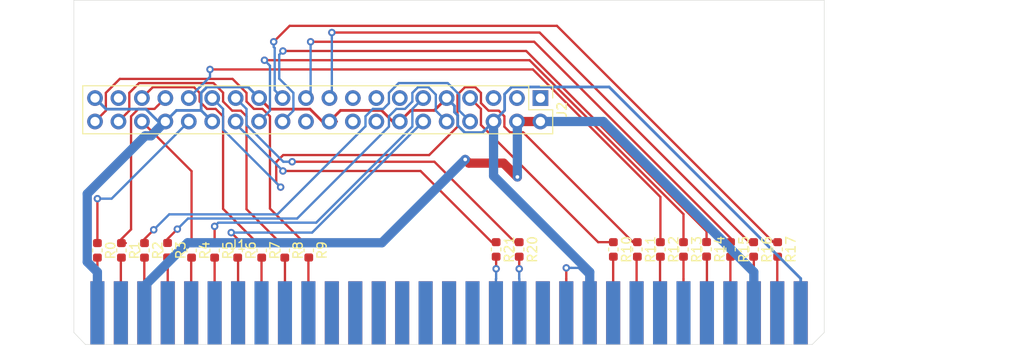
<source format=kicad_pcb>
(kicad_pcb (version 20171130) (host pcbnew "(5.1.5)-3")

  (general
    (thickness 1.6)
    (drawings 7)
    (tracks 326)
    (zones 0)
    (modules 22)
    (nets 43)
  )

  (page A4)
  (layers
    (0 F.Cu signal)
    (31 B.Cu signal)
    (32 B.Adhes user)
    (33 F.Adhes user)
    (34 B.Paste user)
    (35 F.Paste user)
    (36 B.SilkS user)
    (37 F.SilkS user)
    (38 B.Mask user)
    (39 F.Mask user)
    (40 Dwgs.User user)
    (41 Cmts.User user)
    (42 Eco1.User user)
    (43 Eco2.User user)
    (44 Edge.Cuts user)
    (45 Margin user)
    (46 B.CrtYd user)
    (47 F.CrtYd user)
    (48 B.Fab user)
    (49 F.Fab user)
  )

  (setup
    (last_trace_width 0.25)
    (user_trace_width 0.3)
    (user_trace_width 0.5)
    (user_trace_width 1)
    (trace_clearance 0.2)
    (zone_clearance 0.508)
    (zone_45_only no)
    (trace_min 0.2)
    (via_size 0.8)
    (via_drill 0.4)
    (via_min_size 0.4)
    (via_min_drill 0.3)
    (uvia_size 0.3)
    (uvia_drill 0.1)
    (uvias_allowed no)
    (uvia_min_size 0.2)
    (uvia_min_drill 0.1)
    (edge_width 0.05)
    (segment_width 0.2)
    (pcb_text_width 0.3)
    (pcb_text_size 1.5 1.5)
    (mod_edge_width 0.12)
    (mod_text_size 1 1)
    (mod_text_width 0.15)
    (pad_size 1.524 1.524)
    (pad_drill 0.762)
    (pad_to_mask_clearance 0.051)
    (solder_mask_min_width 0.25)
    (aux_axis_origin 0 0)
    (visible_elements 7FFFFFFF)
    (pcbplotparams
      (layerselection 0x010fc_ffffffff)
      (usegerberextensions false)
      (usegerberattributes false)
      (usegerberadvancedattributes false)
      (creategerberjobfile false)
      (excludeedgelayer true)
      (linewidth 0.100000)
      (plotframeref false)
      (viasonmask false)
      (mode 1)
      (useauxorigin false)
      (hpglpennumber 1)
      (hpglpenspeed 20)
      (hpglpendiameter 15.000000)
      (psnegative false)
      (psa4output false)
      (plotreference true)
      (plotvalue true)
      (plotinvisibletext false)
      (padsonsilk false)
      (subtractmaskfromsilk false)
      (outputformat 1)
      (mirror false)
      (drillshape 0)
      (scaleselection 1)
      (outputdirectory "gerber/"))
  )

  (net 0 "")
  (net 1 A0)
  (net 2 A1)
  (net 3 A2)
  (net 4 A3)
  (net 5 A4)
  (net 6 A5)
  (net 7 A6)
  (net 8 A7)
  (net 9 A8)
  (net 10 A9)
  (net 11 D0)
  (net 12 D1)
  (net 13 D2)
  (net 14 D3)
  (net 15 D4)
  (net 16 D5)
  (net 17 D6)
  (net 18 D7)
  (net 19 GND)
  (net 20 VCC)
  (net 21 nIOR)
  (net 22 nIOW)
  (net 23 RA9)
  (net 24 RA8)
  (net 25 RA4)
  (net 26 RA7)
  (net 27 RA1)
  (net 28 RA0)
  (net 29 RD2)
  (net 30 RD1)
  (net 31 RnIOW)
  (net 32 RD3)
  (net 33 RD4)
  (net 34 RD7)
  (net 35 RD5)
  (net 36 RD6)
  (net 37 RA6)
  (net 38 RA5)
  (net 39 RA3)
  (net 40 RA2)
  (net 41 RD0)
  (net 42 RnIOR)

  (net_class Default "This is the default net class."
    (clearance 0.2)
    (trace_width 0.25)
    (via_dia 0.8)
    (via_drill 0.4)
    (uvia_dia 0.3)
    (uvia_drill 0.1)
    (add_net A0)
    (add_net A1)
    (add_net A2)
    (add_net A3)
    (add_net A4)
    (add_net A5)
    (add_net A6)
    (add_net A7)
    (add_net A8)
    (add_net A9)
    (add_net D0)
    (add_net D1)
    (add_net D2)
    (add_net D3)
    (add_net D4)
    (add_net D5)
    (add_net D6)
    (add_net D7)
    (add_net GND)
    (add_net "Net-(J1-Pad11)")
    (add_net "Net-(J1-Pad12)")
    (add_net "Net-(J1-Pad15)")
    (add_net "Net-(J1-Pad16)")
    (add_net "Net-(J1-Pad17)")
    (add_net "Net-(J1-Pad18)")
    (add_net "Net-(J1-Pad19)")
    (add_net "Net-(J1-Pad2)")
    (add_net "Net-(J1-Pad20)")
    (add_net "Net-(J1-Pad21)")
    (add_net "Net-(J1-Pad22)")
    (add_net "Net-(J1-Pad23)")
    (add_net "Net-(J1-Pad24)")
    (add_net "Net-(J1-Pad25)")
    (add_net "Net-(J1-Pad26)")
    (add_net "Net-(J1-Pad27)")
    (add_net "Net-(J1-Pad28)")
    (add_net "Net-(J1-Pad30)")
    (add_net "Net-(J1-Pad32)")
    (add_net "Net-(J1-Pad4)")
    (add_net "Net-(J1-Pad41)")
    (add_net "Net-(J1-Pad43)")
    (add_net "Net-(J1-Pad44)")
    (add_net "Net-(J1-Pad45)")
    (add_net "Net-(J1-Pad46)")
    (add_net "Net-(J1-Pad47)")
    (add_net "Net-(J1-Pad48)")
    (add_net "Net-(J1-Pad49)")
    (add_net "Net-(J1-Pad5)")
    (add_net "Net-(J1-Pad50)")
    (add_net "Net-(J1-Pad51)")
    (add_net "Net-(J1-Pad52)")
    (add_net "Net-(J1-Pad6)")
    (add_net "Net-(J1-Pad7)")
    (add_net "Net-(J1-Pad8)")
    (add_net "Net-(J1-Pad9)")
    (add_net "Net-(J2-Pad1)")
    (add_net "Net-(J2-Pad13)")
    (add_net "Net-(J2-Pad15)")
    (add_net "Net-(J2-Pad16)")
    (add_net "Net-(J2-Pad17)")
    (add_net "Net-(J2-Pad18)")
    (add_net "Net-(J2-Pad22)")
    (add_net "Net-(J2-Pad3)")
    (add_net "Net-(J2-Pad37)")
    (add_net "Net-(J2-Pad5)")
    (add_net RA0)
    (add_net RA1)
    (add_net RA2)
    (add_net RA3)
    (add_net RA4)
    (add_net RA5)
    (add_net RA6)
    (add_net RA7)
    (add_net RA8)
    (add_net RA9)
    (add_net RD0)
    (add_net RD1)
    (add_net RD2)
    (add_net RD3)
    (add_net RD4)
    (add_net RD5)
    (add_net RD6)
    (add_net RD7)
    (add_net RnIOR)
    (add_net RnIOW)
    (add_net VCC)
    (add_net nIOR)
    (add_net nIOW)
  )

  (module Resistor_SMD:R_0603_1608Metric (layer F.Cu) (tedit 5B301BBD) (tstamp 60DDE890)
    (at 135.1 83.5 270)
    (descr "Resistor SMD 0603 (1608 Metric), square (rectangular) end terminal, IPC_7351 nominal, (Body size source: http://www.tortai-tech.com/upload/download/2011102023233369053.pdf), generated with kicad-footprint-generator")
    (tags resistor)
    (path /60DEE7FB)
    (attr smd)
    (fp_text reference R21 (at 0 -1.43 90) (layer F.SilkS)
      (effects (font (size 1 1) (thickness 0.15)))
    )
    (fp_text value 10 (at 0 1.43 90) (layer F.Fab)
      (effects (font (size 1 1) (thickness 0.15)))
    )
    (fp_text user %R (at 0 0 90) (layer F.Fab)
      (effects (font (size 0.4 0.4) (thickness 0.06)))
    )
    (fp_line (start 1.48 0.73) (end -1.48 0.73) (layer F.CrtYd) (width 0.05))
    (fp_line (start 1.48 -0.73) (end 1.48 0.73) (layer F.CrtYd) (width 0.05))
    (fp_line (start -1.48 -0.73) (end 1.48 -0.73) (layer F.CrtYd) (width 0.05))
    (fp_line (start -1.48 0.73) (end -1.48 -0.73) (layer F.CrtYd) (width 0.05))
    (fp_line (start -0.162779 0.51) (end 0.162779 0.51) (layer F.SilkS) (width 0.12))
    (fp_line (start -0.162779 -0.51) (end 0.162779 -0.51) (layer F.SilkS) (width 0.12))
    (fp_line (start 0.8 0.4) (end -0.8 0.4) (layer F.Fab) (width 0.1))
    (fp_line (start 0.8 -0.4) (end 0.8 0.4) (layer F.Fab) (width 0.1))
    (fp_line (start -0.8 -0.4) (end 0.8 -0.4) (layer F.Fab) (width 0.1))
    (fp_line (start -0.8 0.4) (end -0.8 -0.4) (layer F.Fab) (width 0.1))
    (pad 2 smd roundrect (at 0.7875 0 270) (size 0.875 0.95) (layers F.Cu F.Paste F.Mask) (roundrect_rratio 0.25)
      (net 21 nIOR))
    (pad 1 smd roundrect (at -0.7875 0 270) (size 0.875 0.95) (layers F.Cu F.Paste F.Mask) (roundrect_rratio 0.25)
      (net 42 RnIOR))
    (model ${KISYS3DMOD}/Resistor_SMD.3dshapes/R_0603_1608Metric.wrl
      (at (xyz 0 0 0))
      (scale (xyz 1 1 1))
      (rotate (xyz 0 0 0))
    )
  )

  (module Resistor_SMD:R_0603_1608Metric (layer F.Cu) (tedit 5B301BBD) (tstamp 60DDE7A0)
    (at 137.6 83.5 270)
    (descr "Resistor SMD 0603 (1608 Metric), square (rectangular) end terminal, IPC_7351 nominal, (Body size source: http://www.tortai-tech.com/upload/download/2011102023233369053.pdf), generated with kicad-footprint-generator")
    (tags resistor)
    (path /60DEE51A)
    (attr smd)
    (fp_text reference R20 (at 0 -1.43 90) (layer F.SilkS)
      (effects (font (size 1 1) (thickness 0.15)))
    )
    (fp_text value 10 (at 0 1.43 90) (layer F.Fab)
      (effects (font (size 1 1) (thickness 0.15)))
    )
    (fp_text user %R (at 0 0 90) (layer F.Fab)
      (effects (font (size 0.4 0.4) (thickness 0.06)))
    )
    (fp_line (start 1.48 0.73) (end -1.48 0.73) (layer F.CrtYd) (width 0.05))
    (fp_line (start 1.48 -0.73) (end 1.48 0.73) (layer F.CrtYd) (width 0.05))
    (fp_line (start -1.48 -0.73) (end 1.48 -0.73) (layer F.CrtYd) (width 0.05))
    (fp_line (start -1.48 0.73) (end -1.48 -0.73) (layer F.CrtYd) (width 0.05))
    (fp_line (start -0.162779 0.51) (end 0.162779 0.51) (layer F.SilkS) (width 0.12))
    (fp_line (start -0.162779 -0.51) (end 0.162779 -0.51) (layer F.SilkS) (width 0.12))
    (fp_line (start 0.8 0.4) (end -0.8 0.4) (layer F.Fab) (width 0.1))
    (fp_line (start 0.8 -0.4) (end 0.8 0.4) (layer F.Fab) (width 0.1))
    (fp_line (start -0.8 -0.4) (end 0.8 -0.4) (layer F.Fab) (width 0.1))
    (fp_line (start -0.8 0.4) (end -0.8 -0.4) (layer F.Fab) (width 0.1))
    (pad 2 smd roundrect (at 0.7875 0 270) (size 0.875 0.95) (layers F.Cu F.Paste F.Mask) (roundrect_rratio 0.25)
      (net 22 nIOW))
    (pad 1 smd roundrect (at -0.7875 0 270) (size 0.875 0.95) (layers F.Cu F.Paste F.Mask) (roundrect_rratio 0.25)
      (net 31 RnIOW))
    (model ${KISYS3DMOD}/Resistor_SMD.3dshapes/R_0603_1608Metric.wrl
      (at (xyz 0 0 0))
      (scale (xyz 1 1 1))
      (rotate (xyz 0 0 0))
    )
  )

  (module Resistor_SMD:R_0603_1608Metric (layer F.Cu) (tedit 5B301BBD) (tstamp 60DDE770)
    (at 165.6 83.5 270)
    (descr "Resistor SMD 0603 (1608 Metric), square (rectangular) end terminal, IPC_7351 nominal, (Body size source: http://www.tortai-tech.com/upload/download/2011102023233369053.pdf), generated with kicad-footprint-generator")
    (tags resistor)
    (path /60DECEDA)
    (attr smd)
    (fp_text reference R17 (at 0 -1.43 90) (layer F.SilkS)
      (effects (font (size 1 1) (thickness 0.15)))
    )
    (fp_text value 10 (at 0 1.43 90) (layer F.Fab)
      (effects (font (size 1 1) (thickness 0.15)))
    )
    (fp_text user %R (at 0 0 90) (layer F.Fab)
      (effects (font (size 0.4 0.4) (thickness 0.06)))
    )
    (fp_line (start 1.48 0.73) (end -1.48 0.73) (layer F.CrtYd) (width 0.05))
    (fp_line (start 1.48 -0.73) (end 1.48 0.73) (layer F.CrtYd) (width 0.05))
    (fp_line (start -1.48 -0.73) (end 1.48 -0.73) (layer F.CrtYd) (width 0.05))
    (fp_line (start -1.48 0.73) (end -1.48 -0.73) (layer F.CrtYd) (width 0.05))
    (fp_line (start -0.162779 0.51) (end 0.162779 0.51) (layer F.SilkS) (width 0.12))
    (fp_line (start -0.162779 -0.51) (end 0.162779 -0.51) (layer F.SilkS) (width 0.12))
    (fp_line (start 0.8 0.4) (end -0.8 0.4) (layer F.Fab) (width 0.1))
    (fp_line (start 0.8 -0.4) (end 0.8 0.4) (layer F.Fab) (width 0.1))
    (fp_line (start -0.8 -0.4) (end 0.8 -0.4) (layer F.Fab) (width 0.1))
    (fp_line (start -0.8 0.4) (end -0.8 -0.4) (layer F.Fab) (width 0.1))
    (pad 2 smd roundrect (at 0.7875 0 270) (size 0.875 0.95) (layers F.Cu F.Paste F.Mask) (roundrect_rratio 0.25)
      (net 18 D7))
    (pad 1 smd roundrect (at -0.7875 0 270) (size 0.875 0.95) (layers F.Cu F.Paste F.Mask) (roundrect_rratio 0.25)
      (net 34 RD7))
    (model ${KISYS3DMOD}/Resistor_SMD.3dshapes/R_0603_1608Metric.wrl
      (at (xyz 0 0 0))
      (scale (xyz 1 1 1))
      (rotate (xyz 0 0 0))
    )
  )

  (module Resistor_SMD:R_0603_1608Metric (layer F.Cu) (tedit 5B301BBD) (tstamp 60DDE830)
    (at 163 83.5 270)
    (descr "Resistor SMD 0603 (1608 Metric), square (rectangular) end terminal, IPC_7351 nominal, (Body size source: http://www.tortai-tech.com/upload/download/2011102023233369053.pdf), generated with kicad-footprint-generator")
    (tags resistor)
    (path /60DECBF3)
    (attr smd)
    (fp_text reference R16 (at 0 -1.43 90) (layer F.SilkS)
      (effects (font (size 1 1) (thickness 0.15)))
    )
    (fp_text value 10 (at 0 1.43 90) (layer F.Fab)
      (effects (font (size 1 1) (thickness 0.15)))
    )
    (fp_text user %R (at 0 0 90) (layer F.Fab)
      (effects (font (size 0.4 0.4) (thickness 0.06)))
    )
    (fp_line (start 1.48 0.73) (end -1.48 0.73) (layer F.CrtYd) (width 0.05))
    (fp_line (start 1.48 -0.73) (end 1.48 0.73) (layer F.CrtYd) (width 0.05))
    (fp_line (start -1.48 -0.73) (end 1.48 -0.73) (layer F.CrtYd) (width 0.05))
    (fp_line (start -1.48 0.73) (end -1.48 -0.73) (layer F.CrtYd) (width 0.05))
    (fp_line (start -0.162779 0.51) (end 0.162779 0.51) (layer F.SilkS) (width 0.12))
    (fp_line (start -0.162779 -0.51) (end 0.162779 -0.51) (layer F.SilkS) (width 0.12))
    (fp_line (start 0.8 0.4) (end -0.8 0.4) (layer F.Fab) (width 0.1))
    (fp_line (start 0.8 -0.4) (end 0.8 0.4) (layer F.Fab) (width 0.1))
    (fp_line (start -0.8 -0.4) (end 0.8 -0.4) (layer F.Fab) (width 0.1))
    (fp_line (start -0.8 0.4) (end -0.8 -0.4) (layer F.Fab) (width 0.1))
    (pad 2 smd roundrect (at 0.7875 0 270) (size 0.875 0.95) (layers F.Cu F.Paste F.Mask) (roundrect_rratio 0.25)
      (net 17 D6))
    (pad 1 smd roundrect (at -0.7875 0 270) (size 0.875 0.95) (layers F.Cu F.Paste F.Mask) (roundrect_rratio 0.25)
      (net 36 RD6))
    (model ${KISYS3DMOD}/Resistor_SMD.3dshapes/R_0603_1608Metric.wrl
      (at (xyz 0 0 0))
      (scale (xyz 1 1 1))
      (rotate (xyz 0 0 0))
    )
  )

  (module Resistor_SMD:R_0603_1608Metric (layer F.Cu) (tedit 5B301BBD) (tstamp 60DDE7D0)
    (at 160.5 83.5 270)
    (descr "Resistor SMD 0603 (1608 Metric), square (rectangular) end terminal, IPC_7351 nominal, (Body size source: http://www.tortai-tech.com/upload/download/2011102023233369053.pdf), generated with kicad-footprint-generator")
    (tags resistor)
    (path /60DEC995)
    (attr smd)
    (fp_text reference R15 (at 0 -1.43 90) (layer F.SilkS)
      (effects (font (size 1 1) (thickness 0.15)))
    )
    (fp_text value 10 (at 0 1.43 90) (layer F.Fab)
      (effects (font (size 1 1) (thickness 0.15)))
    )
    (fp_text user %R (at 0 0 90) (layer F.Fab)
      (effects (font (size 0.4 0.4) (thickness 0.06)))
    )
    (fp_line (start 1.48 0.73) (end -1.48 0.73) (layer F.CrtYd) (width 0.05))
    (fp_line (start 1.48 -0.73) (end 1.48 0.73) (layer F.CrtYd) (width 0.05))
    (fp_line (start -1.48 -0.73) (end 1.48 -0.73) (layer F.CrtYd) (width 0.05))
    (fp_line (start -1.48 0.73) (end -1.48 -0.73) (layer F.CrtYd) (width 0.05))
    (fp_line (start -0.162779 0.51) (end 0.162779 0.51) (layer F.SilkS) (width 0.12))
    (fp_line (start -0.162779 -0.51) (end 0.162779 -0.51) (layer F.SilkS) (width 0.12))
    (fp_line (start 0.8 0.4) (end -0.8 0.4) (layer F.Fab) (width 0.1))
    (fp_line (start 0.8 -0.4) (end 0.8 0.4) (layer F.Fab) (width 0.1))
    (fp_line (start -0.8 -0.4) (end 0.8 -0.4) (layer F.Fab) (width 0.1))
    (fp_line (start -0.8 0.4) (end -0.8 -0.4) (layer F.Fab) (width 0.1))
    (pad 2 smd roundrect (at 0.7875 0 270) (size 0.875 0.95) (layers F.Cu F.Paste F.Mask) (roundrect_rratio 0.25)
      (net 16 D5))
    (pad 1 smd roundrect (at -0.7875 0 270) (size 0.875 0.95) (layers F.Cu F.Paste F.Mask) (roundrect_rratio 0.25)
      (net 35 RD5))
    (model ${KISYS3DMOD}/Resistor_SMD.3dshapes/R_0603_1608Metric.wrl
      (at (xyz 0 0 0))
      (scale (xyz 1 1 1))
      (rotate (xyz 0 0 0))
    )
  )

  (module Resistor_SMD:R_0603_1608Metric (layer F.Cu) (tedit 5B301BBD) (tstamp 60DDE740)
    (at 157.9 83.4875 270)
    (descr "Resistor SMD 0603 (1608 Metric), square (rectangular) end terminal, IPC_7351 nominal, (Body size source: http://www.tortai-tech.com/upload/download/2011102023233369053.pdf), generated with kicad-footprint-generator")
    (tags resistor)
    (path /60DEC726)
    (attr smd)
    (fp_text reference R14 (at 0 -1.43 90) (layer F.SilkS)
      (effects (font (size 1 1) (thickness 0.15)))
    )
    (fp_text value 10 (at 0 1.43 90) (layer F.Fab)
      (effects (font (size 1 1) (thickness 0.15)))
    )
    (fp_text user %R (at 0 0 90) (layer F.Fab)
      (effects (font (size 0.4 0.4) (thickness 0.06)))
    )
    (fp_line (start 1.48 0.73) (end -1.48 0.73) (layer F.CrtYd) (width 0.05))
    (fp_line (start 1.48 -0.73) (end 1.48 0.73) (layer F.CrtYd) (width 0.05))
    (fp_line (start -1.48 -0.73) (end 1.48 -0.73) (layer F.CrtYd) (width 0.05))
    (fp_line (start -1.48 0.73) (end -1.48 -0.73) (layer F.CrtYd) (width 0.05))
    (fp_line (start -0.162779 0.51) (end 0.162779 0.51) (layer F.SilkS) (width 0.12))
    (fp_line (start -0.162779 -0.51) (end 0.162779 -0.51) (layer F.SilkS) (width 0.12))
    (fp_line (start 0.8 0.4) (end -0.8 0.4) (layer F.Fab) (width 0.1))
    (fp_line (start 0.8 -0.4) (end 0.8 0.4) (layer F.Fab) (width 0.1))
    (fp_line (start -0.8 -0.4) (end 0.8 -0.4) (layer F.Fab) (width 0.1))
    (fp_line (start -0.8 0.4) (end -0.8 -0.4) (layer F.Fab) (width 0.1))
    (pad 2 smd roundrect (at 0.7875 0 270) (size 0.875 0.95) (layers F.Cu F.Paste F.Mask) (roundrect_rratio 0.25)
      (net 15 D4))
    (pad 1 smd roundrect (at -0.7875 0 270) (size 0.875 0.95) (layers F.Cu F.Paste F.Mask) (roundrect_rratio 0.25)
      (net 33 RD4))
    (model ${KISYS3DMOD}/Resistor_SMD.3dshapes/R_0603_1608Metric.wrl
      (at (xyz 0 0 0))
      (scale (xyz 1 1 1))
      (rotate (xyz 0 0 0))
    )
  )

  (module Resistor_SMD:R_0603_1608Metric (layer F.Cu) (tedit 5B301BBD) (tstamp 60DDE860)
    (at 155.4 83.5 270)
    (descr "Resistor SMD 0603 (1608 Metric), square (rectangular) end terminal, IPC_7351 nominal, (Body size source: http://www.tortai-tech.com/upload/download/2011102023233369053.pdf), generated with kicad-footprint-generator")
    (tags resistor)
    (path /60DEC4FC)
    (attr smd)
    (fp_text reference R13 (at 0 -1.43 90) (layer F.SilkS)
      (effects (font (size 1 1) (thickness 0.15)))
    )
    (fp_text value 10 (at 0 1.43 90) (layer F.Fab)
      (effects (font (size 1 1) (thickness 0.15)))
    )
    (fp_text user %R (at 0 0 90) (layer F.Fab)
      (effects (font (size 0.4 0.4) (thickness 0.06)))
    )
    (fp_line (start 1.48 0.73) (end -1.48 0.73) (layer F.CrtYd) (width 0.05))
    (fp_line (start 1.48 -0.73) (end 1.48 0.73) (layer F.CrtYd) (width 0.05))
    (fp_line (start -1.48 -0.73) (end 1.48 -0.73) (layer F.CrtYd) (width 0.05))
    (fp_line (start -1.48 0.73) (end -1.48 -0.73) (layer F.CrtYd) (width 0.05))
    (fp_line (start -0.162779 0.51) (end 0.162779 0.51) (layer F.SilkS) (width 0.12))
    (fp_line (start -0.162779 -0.51) (end 0.162779 -0.51) (layer F.SilkS) (width 0.12))
    (fp_line (start 0.8 0.4) (end -0.8 0.4) (layer F.Fab) (width 0.1))
    (fp_line (start 0.8 -0.4) (end 0.8 0.4) (layer F.Fab) (width 0.1))
    (fp_line (start -0.8 -0.4) (end 0.8 -0.4) (layer F.Fab) (width 0.1))
    (fp_line (start -0.8 0.4) (end -0.8 -0.4) (layer F.Fab) (width 0.1))
    (pad 2 smd roundrect (at 0.7875 0 270) (size 0.875 0.95) (layers F.Cu F.Paste F.Mask) (roundrect_rratio 0.25)
      (net 14 D3))
    (pad 1 smd roundrect (at -0.7875 0 270) (size 0.875 0.95) (layers F.Cu F.Paste F.Mask) (roundrect_rratio 0.25)
      (net 32 RD3))
    (model ${KISYS3DMOD}/Resistor_SMD.3dshapes/R_0603_1608Metric.wrl
      (at (xyz 0 0 0))
      (scale (xyz 1 1 1))
      (rotate (xyz 0 0 0))
    )
  )

  (module Resistor_SMD:R_0603_1608Metric (layer F.Cu) (tedit 5B301BBD) (tstamp 60DDF970)
    (at 152.9 83.5 270)
    (descr "Resistor SMD 0603 (1608 Metric), square (rectangular) end terminal, IPC_7351 nominal, (Body size source: http://www.tortai-tech.com/upload/download/2011102023233369053.pdf), generated with kicad-footprint-generator")
    (tags resistor)
    (path /60DEC2EC)
    (attr smd)
    (fp_text reference R12 (at 0 -1.43 90) (layer F.SilkS)
      (effects (font (size 1 1) (thickness 0.15)))
    )
    (fp_text value 10 (at 0 1.43 90) (layer F.Fab)
      (effects (font (size 1 1) (thickness 0.15)))
    )
    (fp_text user %R (at 0 0 90) (layer F.Fab)
      (effects (font (size 0.4 0.4) (thickness 0.06)))
    )
    (fp_line (start 1.48 0.73) (end -1.48 0.73) (layer F.CrtYd) (width 0.05))
    (fp_line (start 1.48 -0.73) (end 1.48 0.73) (layer F.CrtYd) (width 0.05))
    (fp_line (start -1.48 -0.73) (end 1.48 -0.73) (layer F.CrtYd) (width 0.05))
    (fp_line (start -1.48 0.73) (end -1.48 -0.73) (layer F.CrtYd) (width 0.05))
    (fp_line (start -0.162779 0.51) (end 0.162779 0.51) (layer F.SilkS) (width 0.12))
    (fp_line (start -0.162779 -0.51) (end 0.162779 -0.51) (layer F.SilkS) (width 0.12))
    (fp_line (start 0.8 0.4) (end -0.8 0.4) (layer F.Fab) (width 0.1))
    (fp_line (start 0.8 -0.4) (end 0.8 0.4) (layer F.Fab) (width 0.1))
    (fp_line (start -0.8 -0.4) (end 0.8 -0.4) (layer F.Fab) (width 0.1))
    (fp_line (start -0.8 0.4) (end -0.8 -0.4) (layer F.Fab) (width 0.1))
    (pad 2 smd roundrect (at 0.7875 0 270) (size 0.875 0.95) (layers F.Cu F.Paste F.Mask) (roundrect_rratio 0.25)
      (net 13 D2))
    (pad 1 smd roundrect (at -0.7875 0 270) (size 0.875 0.95) (layers F.Cu F.Paste F.Mask) (roundrect_rratio 0.25)
      (net 29 RD2))
    (model ${KISYS3DMOD}/Resistor_SMD.3dshapes/R_0603_1608Metric.wrl
      (at (xyz 0 0 0))
      (scale (xyz 1 1 1))
      (rotate (xyz 0 0 0))
    )
  )

  (module Resistor_SMD:R_0603_1608Metric (layer F.Cu) (tedit 5B301BBD) (tstamp 60DDF8DF)
    (at 150.4 83.5 270)
    (descr "Resistor SMD 0603 (1608 Metric), square (rectangular) end terminal, IPC_7351 nominal, (Body size source: http://www.tortai-tech.com/upload/download/2011102023233369053.pdf), generated with kicad-footprint-generator")
    (tags resistor)
    (path /60DEC098)
    (attr smd)
    (fp_text reference R11 (at 0 -1.43 90) (layer F.SilkS)
      (effects (font (size 1 1) (thickness 0.15)))
    )
    (fp_text value 10 (at 0 1.43 90) (layer F.Fab)
      (effects (font (size 1 1) (thickness 0.15)))
    )
    (fp_text user %R (at 0 0 90) (layer F.Fab)
      (effects (font (size 0.4 0.4) (thickness 0.06)))
    )
    (fp_line (start 1.48 0.73) (end -1.48 0.73) (layer F.CrtYd) (width 0.05))
    (fp_line (start 1.48 -0.73) (end 1.48 0.73) (layer F.CrtYd) (width 0.05))
    (fp_line (start -1.48 -0.73) (end 1.48 -0.73) (layer F.CrtYd) (width 0.05))
    (fp_line (start -1.48 0.73) (end -1.48 -0.73) (layer F.CrtYd) (width 0.05))
    (fp_line (start -0.162779 0.51) (end 0.162779 0.51) (layer F.SilkS) (width 0.12))
    (fp_line (start -0.162779 -0.51) (end 0.162779 -0.51) (layer F.SilkS) (width 0.12))
    (fp_line (start 0.8 0.4) (end -0.8 0.4) (layer F.Fab) (width 0.1))
    (fp_line (start 0.8 -0.4) (end 0.8 0.4) (layer F.Fab) (width 0.1))
    (fp_line (start -0.8 -0.4) (end 0.8 -0.4) (layer F.Fab) (width 0.1))
    (fp_line (start -0.8 0.4) (end -0.8 -0.4) (layer F.Fab) (width 0.1))
    (pad 2 smd roundrect (at 0.7875 0 270) (size 0.875 0.95) (layers F.Cu F.Paste F.Mask) (roundrect_rratio 0.25)
      (net 12 D1))
    (pad 1 smd roundrect (at -0.7875 0 270) (size 0.875 0.95) (layers F.Cu F.Paste F.Mask) (roundrect_rratio 0.25)
      (net 30 RD1))
    (model ${KISYS3DMOD}/Resistor_SMD.3dshapes/R_0603_1608Metric.wrl
      (at (xyz 0 0 0))
      (scale (xyz 1 1 1))
      (rotate (xyz 0 0 0))
    )
  )

  (module Resistor_SMD:R_0603_1608Metric (layer F.Cu) (tedit 5B301BBD) (tstamp 60DDE8C0)
    (at 147.8 83.5 270)
    (descr "Resistor SMD 0603 (1608 Metric), square (rectangular) end terminal, IPC_7351 nominal, (Body size source: http://www.tortai-tech.com/upload/download/2011102023233369053.pdf), generated with kicad-footprint-generator")
    (tags resistor)
    (path /60DEBC37)
    (attr smd)
    (fp_text reference R10 (at 0 -1.43 90) (layer F.SilkS)
      (effects (font (size 1 1) (thickness 0.15)))
    )
    (fp_text value 10 (at 0 1.43 90) (layer F.Fab)
      (effects (font (size 1 1) (thickness 0.15)))
    )
    (fp_text user %R (at 0 0 90) (layer F.Fab)
      (effects (font (size 0.4 0.4) (thickness 0.06)))
    )
    (fp_line (start 1.48 0.73) (end -1.48 0.73) (layer F.CrtYd) (width 0.05))
    (fp_line (start 1.48 -0.73) (end 1.48 0.73) (layer F.CrtYd) (width 0.05))
    (fp_line (start -1.48 -0.73) (end 1.48 -0.73) (layer F.CrtYd) (width 0.05))
    (fp_line (start -1.48 0.73) (end -1.48 -0.73) (layer F.CrtYd) (width 0.05))
    (fp_line (start -0.162779 0.51) (end 0.162779 0.51) (layer F.SilkS) (width 0.12))
    (fp_line (start -0.162779 -0.51) (end 0.162779 -0.51) (layer F.SilkS) (width 0.12))
    (fp_line (start 0.8 0.4) (end -0.8 0.4) (layer F.Fab) (width 0.1))
    (fp_line (start 0.8 -0.4) (end 0.8 0.4) (layer F.Fab) (width 0.1))
    (fp_line (start -0.8 -0.4) (end 0.8 -0.4) (layer F.Fab) (width 0.1))
    (fp_line (start -0.8 0.4) (end -0.8 -0.4) (layer F.Fab) (width 0.1))
    (pad 2 smd roundrect (at 0.7875 0 270) (size 0.875 0.95) (layers F.Cu F.Paste F.Mask) (roundrect_rratio 0.25)
      (net 11 D0))
    (pad 1 smd roundrect (at -0.7875 0 270) (size 0.875 0.95) (layers F.Cu F.Paste F.Mask) (roundrect_rratio 0.25)
      (net 41 RD0))
    (model ${KISYS3DMOD}/Resistor_SMD.3dshapes/R_0603_1608Metric.wrl
      (at (xyz 0 0 0))
      (scale (xyz 1 1 1))
      (rotate (xyz 0 0 0))
    )
  )

  (module Resistor_SMD:R_0603_1608Metric (layer F.Cu) (tedit 5B301BBD) (tstamp 60DDD08C)
    (at 114.8 83.5875 270)
    (descr "Resistor SMD 0603 (1608 Metric), square (rectangular) end terminal, IPC_7351 nominal, (Body size source: http://www.tortai-tech.com/upload/download/2011102023233369053.pdf), generated with kicad-footprint-generator")
    (tags resistor)
    (path /60DEB5D8)
    (attr smd)
    (fp_text reference R9 (at 0 -1.43 90) (layer F.SilkS)
      (effects (font (size 1 1) (thickness 0.15)))
    )
    (fp_text value 10 (at 0 1.43 90) (layer F.Fab)
      (effects (font (size 1 1) (thickness 0.15)))
    )
    (fp_text user %R (at 0 0 90) (layer F.Fab)
      (effects (font (size 0.4 0.4) (thickness 0.06)))
    )
    (fp_line (start 1.48 0.73) (end -1.48 0.73) (layer F.CrtYd) (width 0.05))
    (fp_line (start 1.48 -0.73) (end 1.48 0.73) (layer F.CrtYd) (width 0.05))
    (fp_line (start -1.48 -0.73) (end 1.48 -0.73) (layer F.CrtYd) (width 0.05))
    (fp_line (start -1.48 0.73) (end -1.48 -0.73) (layer F.CrtYd) (width 0.05))
    (fp_line (start -0.162779 0.51) (end 0.162779 0.51) (layer F.SilkS) (width 0.12))
    (fp_line (start -0.162779 -0.51) (end 0.162779 -0.51) (layer F.SilkS) (width 0.12))
    (fp_line (start 0.8 0.4) (end -0.8 0.4) (layer F.Fab) (width 0.1))
    (fp_line (start 0.8 -0.4) (end 0.8 0.4) (layer F.Fab) (width 0.1))
    (fp_line (start -0.8 -0.4) (end 0.8 -0.4) (layer F.Fab) (width 0.1))
    (fp_line (start -0.8 0.4) (end -0.8 -0.4) (layer F.Fab) (width 0.1))
    (pad 2 smd roundrect (at 0.7875 0 270) (size 0.875 0.95) (layers F.Cu F.Paste F.Mask) (roundrect_rratio 0.25)
      (net 10 A9))
    (pad 1 smd roundrect (at -0.7875 0 270) (size 0.875 0.95) (layers F.Cu F.Paste F.Mask) (roundrect_rratio 0.25)
      (net 23 RA9))
    (model ${KISYS3DMOD}/Resistor_SMD.3dshapes/R_0603_1608Metric.wrl
      (at (xyz 0 0 0))
      (scale (xyz 1 1 1))
      (rotate (xyz 0 0 0))
    )
  )

  (module Resistor_SMD:R_0603_1608Metric (layer F.Cu) (tedit 5B301BBD) (tstamp 60DDD07B)
    (at 112.2 83.6 270)
    (descr "Resistor SMD 0603 (1608 Metric), square (rectangular) end terminal, IPC_7351 nominal, (Body size source: http://www.tortai-tech.com/upload/download/2011102023233369053.pdf), generated with kicad-footprint-generator")
    (tags resistor)
    (path /60DEB3D8)
    (attr smd)
    (fp_text reference R8 (at 0 -1.43 90) (layer F.SilkS)
      (effects (font (size 1 1) (thickness 0.15)))
    )
    (fp_text value 10 (at 0 1.43 90) (layer F.Fab)
      (effects (font (size 1 1) (thickness 0.15)))
    )
    (fp_text user %R (at 0 0 90) (layer F.Fab)
      (effects (font (size 0.4 0.4) (thickness 0.06)))
    )
    (fp_line (start 1.48 0.73) (end -1.48 0.73) (layer F.CrtYd) (width 0.05))
    (fp_line (start 1.48 -0.73) (end 1.48 0.73) (layer F.CrtYd) (width 0.05))
    (fp_line (start -1.48 -0.73) (end 1.48 -0.73) (layer F.CrtYd) (width 0.05))
    (fp_line (start -1.48 0.73) (end -1.48 -0.73) (layer F.CrtYd) (width 0.05))
    (fp_line (start -0.162779 0.51) (end 0.162779 0.51) (layer F.SilkS) (width 0.12))
    (fp_line (start -0.162779 -0.51) (end 0.162779 -0.51) (layer F.SilkS) (width 0.12))
    (fp_line (start 0.8 0.4) (end -0.8 0.4) (layer F.Fab) (width 0.1))
    (fp_line (start 0.8 -0.4) (end 0.8 0.4) (layer F.Fab) (width 0.1))
    (fp_line (start -0.8 -0.4) (end 0.8 -0.4) (layer F.Fab) (width 0.1))
    (fp_line (start -0.8 0.4) (end -0.8 -0.4) (layer F.Fab) (width 0.1))
    (pad 2 smd roundrect (at 0.7875 0 270) (size 0.875 0.95) (layers F.Cu F.Paste F.Mask) (roundrect_rratio 0.25)
      (net 9 A8))
    (pad 1 smd roundrect (at -0.7875 0 270) (size 0.875 0.95) (layers F.Cu F.Paste F.Mask) (roundrect_rratio 0.25)
      (net 24 RA8))
    (model ${KISYS3DMOD}/Resistor_SMD.3dshapes/R_0603_1608Metric.wrl
      (at (xyz 0 0 0))
      (scale (xyz 1 1 1))
      (rotate (xyz 0 0 0))
    )
  )

  (module Resistor_SMD:R_0603_1608Metric (layer F.Cu) (tedit 5B301BBD) (tstamp 60DDD06A)
    (at 109.7 83.6 270)
    (descr "Resistor SMD 0603 (1608 Metric), square (rectangular) end terminal, IPC_7351 nominal, (Body size source: http://www.tortai-tech.com/upload/download/2011102023233369053.pdf), generated with kicad-footprint-generator")
    (tags resistor)
    (path /60DEB14A)
    (attr smd)
    (fp_text reference R7 (at 0 -1.43 90) (layer F.SilkS)
      (effects (font (size 1 1) (thickness 0.15)))
    )
    (fp_text value 10 (at 0 1.43 90) (layer F.Fab)
      (effects (font (size 1 1) (thickness 0.15)))
    )
    (fp_text user %R (at 0 0 90) (layer F.Fab)
      (effects (font (size 0.4 0.4) (thickness 0.06)))
    )
    (fp_line (start 1.48 0.73) (end -1.48 0.73) (layer F.CrtYd) (width 0.05))
    (fp_line (start 1.48 -0.73) (end 1.48 0.73) (layer F.CrtYd) (width 0.05))
    (fp_line (start -1.48 -0.73) (end 1.48 -0.73) (layer F.CrtYd) (width 0.05))
    (fp_line (start -1.48 0.73) (end -1.48 -0.73) (layer F.CrtYd) (width 0.05))
    (fp_line (start -0.162779 0.51) (end 0.162779 0.51) (layer F.SilkS) (width 0.12))
    (fp_line (start -0.162779 -0.51) (end 0.162779 -0.51) (layer F.SilkS) (width 0.12))
    (fp_line (start 0.8 0.4) (end -0.8 0.4) (layer F.Fab) (width 0.1))
    (fp_line (start 0.8 -0.4) (end 0.8 0.4) (layer F.Fab) (width 0.1))
    (fp_line (start -0.8 -0.4) (end 0.8 -0.4) (layer F.Fab) (width 0.1))
    (fp_line (start -0.8 0.4) (end -0.8 -0.4) (layer F.Fab) (width 0.1))
    (pad 2 smd roundrect (at 0.7875 0 270) (size 0.875 0.95) (layers F.Cu F.Paste F.Mask) (roundrect_rratio 0.25)
      (net 8 A7))
    (pad 1 smd roundrect (at -0.7875 0 270) (size 0.875 0.95) (layers F.Cu F.Paste F.Mask) (roundrect_rratio 0.25)
      (net 26 RA7))
    (model ${KISYS3DMOD}/Resistor_SMD.3dshapes/R_0603_1608Metric.wrl
      (at (xyz 0 0 0))
      (scale (xyz 1 1 1))
      (rotate (xyz 0 0 0))
    )
  )

  (module Resistor_SMD:R_0603_1608Metric (layer F.Cu) (tedit 5B301BBD) (tstamp 60DDD059)
    (at 107.1 83.6 270)
    (descr "Resistor SMD 0603 (1608 Metric), square (rectangular) end terminal, IPC_7351 nominal, (Body size source: http://www.tortai-tech.com/upload/download/2011102023233369053.pdf), generated with kicad-footprint-generator")
    (tags resistor)
    (path /60DEADE0)
    (attr smd)
    (fp_text reference R6 (at 0 -1.43 90) (layer F.SilkS)
      (effects (font (size 1 1) (thickness 0.15)))
    )
    (fp_text value 10 (at 0 1.43 90) (layer F.Fab)
      (effects (font (size 1 1) (thickness 0.15)))
    )
    (fp_text user %R (at 0 0 90) (layer F.Fab)
      (effects (font (size 0.4 0.4) (thickness 0.06)))
    )
    (fp_line (start 1.48 0.73) (end -1.48 0.73) (layer F.CrtYd) (width 0.05))
    (fp_line (start 1.48 -0.73) (end 1.48 0.73) (layer F.CrtYd) (width 0.05))
    (fp_line (start -1.48 -0.73) (end 1.48 -0.73) (layer F.CrtYd) (width 0.05))
    (fp_line (start -1.48 0.73) (end -1.48 -0.73) (layer F.CrtYd) (width 0.05))
    (fp_line (start -0.162779 0.51) (end 0.162779 0.51) (layer F.SilkS) (width 0.12))
    (fp_line (start -0.162779 -0.51) (end 0.162779 -0.51) (layer F.SilkS) (width 0.12))
    (fp_line (start 0.8 0.4) (end -0.8 0.4) (layer F.Fab) (width 0.1))
    (fp_line (start 0.8 -0.4) (end 0.8 0.4) (layer F.Fab) (width 0.1))
    (fp_line (start -0.8 -0.4) (end 0.8 -0.4) (layer F.Fab) (width 0.1))
    (fp_line (start -0.8 0.4) (end -0.8 -0.4) (layer F.Fab) (width 0.1))
    (pad 2 smd roundrect (at 0.7875 0 270) (size 0.875 0.95) (layers F.Cu F.Paste F.Mask) (roundrect_rratio 0.25)
      (net 7 A6))
    (pad 1 smd roundrect (at -0.7875 0 270) (size 0.875 0.95) (layers F.Cu F.Paste F.Mask) (roundrect_rratio 0.25)
      (net 37 RA6))
    (model ${KISYS3DMOD}/Resistor_SMD.3dshapes/R_0603_1608Metric.wrl
      (at (xyz 0 0 0))
      (scale (xyz 1 1 1))
      (rotate (xyz 0 0 0))
    )
  )

  (module Resistor_SMD:R_0603_1608Metric (layer F.Cu) (tedit 5B301BBD) (tstamp 60DDD048)
    (at 104.6 83.6 270)
    (descr "Resistor SMD 0603 (1608 Metric), square (rectangular) end terminal, IPC_7351 nominal, (Body size source: http://www.tortai-tech.com/upload/download/2011102023233369053.pdf), generated with kicad-footprint-generator")
    (tags resistor)
    (path /60DEA87A)
    (attr smd)
    (fp_text reference R5 (at 0 -1.43 90) (layer F.SilkS)
      (effects (font (size 1 1) (thickness 0.15)))
    )
    (fp_text value 10 (at 0 1.43 90) (layer F.Fab)
      (effects (font (size 1 1) (thickness 0.15)))
    )
    (fp_text user %R (at 0 0 90) (layer F.Fab)
      (effects (font (size 0.4 0.4) (thickness 0.06)))
    )
    (fp_line (start 1.48 0.73) (end -1.48 0.73) (layer F.CrtYd) (width 0.05))
    (fp_line (start 1.48 -0.73) (end 1.48 0.73) (layer F.CrtYd) (width 0.05))
    (fp_line (start -1.48 -0.73) (end 1.48 -0.73) (layer F.CrtYd) (width 0.05))
    (fp_line (start -1.48 0.73) (end -1.48 -0.73) (layer F.CrtYd) (width 0.05))
    (fp_line (start -0.162779 0.51) (end 0.162779 0.51) (layer F.SilkS) (width 0.12))
    (fp_line (start -0.162779 -0.51) (end 0.162779 -0.51) (layer F.SilkS) (width 0.12))
    (fp_line (start 0.8 0.4) (end -0.8 0.4) (layer F.Fab) (width 0.1))
    (fp_line (start 0.8 -0.4) (end 0.8 0.4) (layer F.Fab) (width 0.1))
    (fp_line (start -0.8 -0.4) (end 0.8 -0.4) (layer F.Fab) (width 0.1))
    (fp_line (start -0.8 0.4) (end -0.8 -0.4) (layer F.Fab) (width 0.1))
    (pad 2 smd roundrect (at 0.7875 0 270) (size 0.875 0.95) (layers F.Cu F.Paste F.Mask) (roundrect_rratio 0.25)
      (net 6 A5))
    (pad 1 smd roundrect (at -0.7875 0 270) (size 0.875 0.95) (layers F.Cu F.Paste F.Mask) (roundrect_rratio 0.25)
      (net 38 RA5))
    (model ${KISYS3DMOD}/Resistor_SMD.3dshapes/R_0603_1608Metric.wrl
      (at (xyz 0 0 0))
      (scale (xyz 1 1 1))
      (rotate (xyz 0 0 0))
    )
  )

  (module Resistor_SMD:R_0603_1608Metric (layer F.Cu) (tedit 5B301BBD) (tstamp 60DDD037)
    (at 102.1 83.6 270)
    (descr "Resistor SMD 0603 (1608 Metric), square (rectangular) end terminal, IPC_7351 nominal, (Body size source: http://www.tortai-tech.com/upload/download/2011102023233369053.pdf), generated with kicad-footprint-generator")
    (tags resistor)
    (path /60DEA549)
    (attr smd)
    (fp_text reference R4 (at 0 -1.43 90) (layer F.SilkS)
      (effects (font (size 1 1) (thickness 0.15)))
    )
    (fp_text value 10 (at 0 1.43 90) (layer F.Fab)
      (effects (font (size 1 1) (thickness 0.15)))
    )
    (fp_text user %R (at 0 0 90) (layer F.Fab)
      (effects (font (size 0.4 0.4) (thickness 0.06)))
    )
    (fp_line (start 1.48 0.73) (end -1.48 0.73) (layer F.CrtYd) (width 0.05))
    (fp_line (start 1.48 -0.73) (end 1.48 0.73) (layer F.CrtYd) (width 0.05))
    (fp_line (start -1.48 -0.73) (end 1.48 -0.73) (layer F.CrtYd) (width 0.05))
    (fp_line (start -1.48 0.73) (end -1.48 -0.73) (layer F.CrtYd) (width 0.05))
    (fp_line (start -0.162779 0.51) (end 0.162779 0.51) (layer F.SilkS) (width 0.12))
    (fp_line (start -0.162779 -0.51) (end 0.162779 -0.51) (layer F.SilkS) (width 0.12))
    (fp_line (start 0.8 0.4) (end -0.8 0.4) (layer F.Fab) (width 0.1))
    (fp_line (start 0.8 -0.4) (end 0.8 0.4) (layer F.Fab) (width 0.1))
    (fp_line (start -0.8 -0.4) (end 0.8 -0.4) (layer F.Fab) (width 0.1))
    (fp_line (start -0.8 0.4) (end -0.8 -0.4) (layer F.Fab) (width 0.1))
    (pad 2 smd roundrect (at 0.7875 0 270) (size 0.875 0.95) (layers F.Cu F.Paste F.Mask) (roundrect_rratio 0.25)
      (net 5 A4))
    (pad 1 smd roundrect (at -0.7875 0 270) (size 0.875 0.95) (layers F.Cu F.Paste F.Mask) (roundrect_rratio 0.25)
      (net 25 RA4))
    (model ${KISYS3DMOD}/Resistor_SMD.3dshapes/R_0603_1608Metric.wrl
      (at (xyz 0 0 0))
      (scale (xyz 1 1 1))
      (rotate (xyz 0 0 0))
    )
  )

  (module Resistor_SMD:R_0603_1608Metric (layer F.Cu) (tedit 5B301BBD) (tstamp 60DDD026)
    (at 99.5 83.5875 270)
    (descr "Resistor SMD 0603 (1608 Metric), square (rectangular) end terminal, IPC_7351 nominal, (Body size source: http://www.tortai-tech.com/upload/download/2011102023233369053.pdf), generated with kicad-footprint-generator")
    (tags resistor)
    (path /60DEA222)
    (attr smd)
    (fp_text reference R3 (at 0 -1.43 90) (layer F.SilkS)
      (effects (font (size 1 1) (thickness 0.15)))
    )
    (fp_text value 10 (at 0 1.43 90) (layer F.Fab)
      (effects (font (size 1 1) (thickness 0.15)))
    )
    (fp_text user %R (at 0 0 90) (layer F.Fab)
      (effects (font (size 0.4 0.4) (thickness 0.06)))
    )
    (fp_line (start 1.48 0.73) (end -1.48 0.73) (layer F.CrtYd) (width 0.05))
    (fp_line (start 1.48 -0.73) (end 1.48 0.73) (layer F.CrtYd) (width 0.05))
    (fp_line (start -1.48 -0.73) (end 1.48 -0.73) (layer F.CrtYd) (width 0.05))
    (fp_line (start -1.48 0.73) (end -1.48 -0.73) (layer F.CrtYd) (width 0.05))
    (fp_line (start -0.162779 0.51) (end 0.162779 0.51) (layer F.SilkS) (width 0.12))
    (fp_line (start -0.162779 -0.51) (end 0.162779 -0.51) (layer F.SilkS) (width 0.12))
    (fp_line (start 0.8 0.4) (end -0.8 0.4) (layer F.Fab) (width 0.1))
    (fp_line (start 0.8 -0.4) (end 0.8 0.4) (layer F.Fab) (width 0.1))
    (fp_line (start -0.8 -0.4) (end 0.8 -0.4) (layer F.Fab) (width 0.1))
    (fp_line (start -0.8 0.4) (end -0.8 -0.4) (layer F.Fab) (width 0.1))
    (pad 2 smd roundrect (at 0.7875 0 270) (size 0.875 0.95) (layers F.Cu F.Paste F.Mask) (roundrect_rratio 0.25)
      (net 4 A3))
    (pad 1 smd roundrect (at -0.7875 0 270) (size 0.875 0.95) (layers F.Cu F.Paste F.Mask) (roundrect_rratio 0.25)
      (net 39 RA3))
    (model ${KISYS3DMOD}/Resistor_SMD.3dshapes/R_0603_1608Metric.wrl
      (at (xyz 0 0 0))
      (scale (xyz 1 1 1))
      (rotate (xyz 0 0 0))
    )
  )

  (module Resistor_SMD:R_0603_1608Metric (layer F.Cu) (tedit 5B301BBD) (tstamp 60DDD015)
    (at 97 83.6 270)
    (descr "Resistor SMD 0603 (1608 Metric), square (rectangular) end terminal, IPC_7351 nominal, (Body size source: http://www.tortai-tech.com/upload/download/2011102023233369053.pdf), generated with kicad-footprint-generator")
    (tags resistor)
    (path /60DE9F23)
    (attr smd)
    (fp_text reference R2 (at 0 -1.43 90) (layer F.SilkS)
      (effects (font (size 1 1) (thickness 0.15)))
    )
    (fp_text value 10 (at 0 1.43 90) (layer F.Fab)
      (effects (font (size 1 1) (thickness 0.15)))
    )
    (fp_text user %R (at 0 0 90) (layer F.Fab)
      (effects (font (size 0.4 0.4) (thickness 0.06)))
    )
    (fp_line (start 1.48 0.73) (end -1.48 0.73) (layer F.CrtYd) (width 0.05))
    (fp_line (start 1.48 -0.73) (end 1.48 0.73) (layer F.CrtYd) (width 0.05))
    (fp_line (start -1.48 -0.73) (end 1.48 -0.73) (layer F.CrtYd) (width 0.05))
    (fp_line (start -1.48 0.73) (end -1.48 -0.73) (layer F.CrtYd) (width 0.05))
    (fp_line (start -0.162779 0.51) (end 0.162779 0.51) (layer F.SilkS) (width 0.12))
    (fp_line (start -0.162779 -0.51) (end 0.162779 -0.51) (layer F.SilkS) (width 0.12))
    (fp_line (start 0.8 0.4) (end -0.8 0.4) (layer F.Fab) (width 0.1))
    (fp_line (start 0.8 -0.4) (end 0.8 0.4) (layer F.Fab) (width 0.1))
    (fp_line (start -0.8 -0.4) (end 0.8 -0.4) (layer F.Fab) (width 0.1))
    (fp_line (start -0.8 0.4) (end -0.8 -0.4) (layer F.Fab) (width 0.1))
    (pad 2 smd roundrect (at 0.7875 0 270) (size 0.875 0.95) (layers F.Cu F.Paste F.Mask) (roundrect_rratio 0.25)
      (net 3 A2))
    (pad 1 smd roundrect (at -0.7875 0 270) (size 0.875 0.95) (layers F.Cu F.Paste F.Mask) (roundrect_rratio 0.25)
      (net 40 RA2))
    (model ${KISYS3DMOD}/Resistor_SMD.3dshapes/R_0603_1608Metric.wrl
      (at (xyz 0 0 0))
      (scale (xyz 1 1 1))
      (rotate (xyz 0 0 0))
    )
  )

  (module Resistor_SMD:R_0603_1608Metric (layer F.Cu) (tedit 5B301BBD) (tstamp 60DDEB00)
    (at 94.5 83.6 270)
    (descr "Resistor SMD 0603 (1608 Metric), square (rectangular) end terminal, IPC_7351 nominal, (Body size source: http://www.tortai-tech.com/upload/download/2011102023233369053.pdf), generated with kicad-footprint-generator")
    (tags resistor)
    (path /60DE9BCA)
    (attr smd)
    (fp_text reference R1 (at 0 -1.43 90) (layer F.SilkS)
      (effects (font (size 1 1) (thickness 0.15)))
    )
    (fp_text value 10 (at 0 1.43 90) (layer F.Fab)
      (effects (font (size 1 1) (thickness 0.15)))
    )
    (fp_text user %R (at 0 0 90) (layer F.Fab)
      (effects (font (size 0.4 0.4) (thickness 0.06)))
    )
    (fp_line (start 1.48 0.73) (end -1.48 0.73) (layer F.CrtYd) (width 0.05))
    (fp_line (start 1.48 -0.73) (end 1.48 0.73) (layer F.CrtYd) (width 0.05))
    (fp_line (start -1.48 -0.73) (end 1.48 -0.73) (layer F.CrtYd) (width 0.05))
    (fp_line (start -1.48 0.73) (end -1.48 -0.73) (layer F.CrtYd) (width 0.05))
    (fp_line (start -0.162779 0.51) (end 0.162779 0.51) (layer F.SilkS) (width 0.12))
    (fp_line (start -0.162779 -0.51) (end 0.162779 -0.51) (layer F.SilkS) (width 0.12))
    (fp_line (start 0.8 0.4) (end -0.8 0.4) (layer F.Fab) (width 0.1))
    (fp_line (start 0.8 -0.4) (end 0.8 0.4) (layer F.Fab) (width 0.1))
    (fp_line (start -0.8 -0.4) (end 0.8 -0.4) (layer F.Fab) (width 0.1))
    (fp_line (start -0.8 0.4) (end -0.8 -0.4) (layer F.Fab) (width 0.1))
    (pad 2 smd roundrect (at 0.7875 0 270) (size 0.875 0.95) (layers F.Cu F.Paste F.Mask) (roundrect_rratio 0.25)
      (net 2 A1))
    (pad 1 smd roundrect (at -0.7875 0 270) (size 0.875 0.95) (layers F.Cu F.Paste F.Mask) (roundrect_rratio 0.25)
      (net 27 RA1))
    (model ${KISYS3DMOD}/Resistor_SMD.3dshapes/R_0603_1608Metric.wrl
      (at (xyz 0 0 0))
      (scale (xyz 1 1 1))
      (rotate (xyz 0 0 0))
    )
  )

  (module Resistor_SMD:R_0603_1608Metric (layer F.Cu) (tedit 5B301BBD) (tstamp 60DDE395)
    (at 91.9 83.6 270)
    (descr "Resistor SMD 0603 (1608 Metric), square (rectangular) end terminal, IPC_7351 nominal, (Body size source: http://www.tortai-tech.com/upload/download/2011102023233369053.pdf), generated with kicad-footprint-generator")
    (tags resistor)
    (path /60DE8F33)
    (attr smd)
    (fp_text reference R0 (at 0 -1.43 90) (layer F.SilkS)
      (effects (font (size 1 1) (thickness 0.15)))
    )
    (fp_text value 10 (at 0 1.43 90) (layer F.Fab)
      (effects (font (size 1 1) (thickness 0.15)))
    )
    (fp_text user %R (at 0 0 90) (layer F.Fab)
      (effects (font (size 0.4 0.4) (thickness 0.06)))
    )
    (fp_line (start 1.48 0.73) (end -1.48 0.73) (layer F.CrtYd) (width 0.05))
    (fp_line (start 1.48 -0.73) (end 1.48 0.73) (layer F.CrtYd) (width 0.05))
    (fp_line (start -1.48 -0.73) (end 1.48 -0.73) (layer F.CrtYd) (width 0.05))
    (fp_line (start -1.48 0.73) (end -1.48 -0.73) (layer F.CrtYd) (width 0.05))
    (fp_line (start -0.162779 0.51) (end 0.162779 0.51) (layer F.SilkS) (width 0.12))
    (fp_line (start -0.162779 -0.51) (end 0.162779 -0.51) (layer F.SilkS) (width 0.12))
    (fp_line (start 0.8 0.4) (end -0.8 0.4) (layer F.Fab) (width 0.1))
    (fp_line (start 0.8 -0.4) (end 0.8 0.4) (layer F.Fab) (width 0.1))
    (fp_line (start -0.8 -0.4) (end 0.8 -0.4) (layer F.Fab) (width 0.1))
    (fp_line (start -0.8 0.4) (end -0.8 -0.4) (layer F.Fab) (width 0.1))
    (pad 2 smd roundrect (at 0.7875 0 270) (size 0.875 0.95) (layers F.Cu F.Paste F.Mask) (roundrect_rratio 0.25)
      (net 1 A0))
    (pad 1 smd roundrect (at -0.7875 0 270) (size 0.875 0.95) (layers F.Cu F.Paste F.Mask) (roundrect_rratio 0.25)
      (net 28 RA0))
    (model ${KISYS3DMOD}/Resistor_SMD.3dshapes/R_0603_1608Metric.wrl
      (at (xyz 0 0 0))
      (scale (xyz 1 1 1))
      (rotate (xyz 0 0 0))
    )
  )

  (module Connector_PinHeader_2.54mm:PinHeader_2x20_P2.54mm_Vertical (layer F.Cu) (tedit 59FED5CC) (tstamp 60DDC1CB)
    (at 139.9 67.1 270)
    (descr "Through hole straight pin header, 2x20, 2.54mm pitch, double rows")
    (tags "Through hole pin header THT 2x20 2.54mm double row")
    (path /60DDB778)
    (fp_text reference J2 (at 1.27 -2.33 90) (layer F.SilkS)
      (effects (font (size 1 1) (thickness 0.15)))
    )
    (fp_text value Raspberry_Pi_2_3 (at 1.27 50.59 90) (layer F.Fab)
      (effects (font (size 1 1) (thickness 0.15)))
    )
    (fp_text user %R (at 1.27 24.13) (layer F.Fab)
      (effects (font (size 1 1) (thickness 0.15)))
    )
    (fp_line (start 4.35 -1.8) (end -1.8 -1.8) (layer F.CrtYd) (width 0.05))
    (fp_line (start 4.35 50.05) (end 4.35 -1.8) (layer F.CrtYd) (width 0.05))
    (fp_line (start -1.8 50.05) (end 4.35 50.05) (layer F.CrtYd) (width 0.05))
    (fp_line (start -1.8 -1.8) (end -1.8 50.05) (layer F.CrtYd) (width 0.05))
    (fp_line (start -1.33 -1.33) (end 0 -1.33) (layer F.SilkS) (width 0.12))
    (fp_line (start -1.33 0) (end -1.33 -1.33) (layer F.SilkS) (width 0.12))
    (fp_line (start 1.27 -1.33) (end 3.87 -1.33) (layer F.SilkS) (width 0.12))
    (fp_line (start 1.27 1.27) (end 1.27 -1.33) (layer F.SilkS) (width 0.12))
    (fp_line (start -1.33 1.27) (end 1.27 1.27) (layer F.SilkS) (width 0.12))
    (fp_line (start 3.87 -1.33) (end 3.87 49.59) (layer F.SilkS) (width 0.12))
    (fp_line (start -1.33 1.27) (end -1.33 49.59) (layer F.SilkS) (width 0.12))
    (fp_line (start -1.33 49.59) (end 3.87 49.59) (layer F.SilkS) (width 0.12))
    (fp_line (start -1.27 0) (end 0 -1.27) (layer F.Fab) (width 0.1))
    (fp_line (start -1.27 49.53) (end -1.27 0) (layer F.Fab) (width 0.1))
    (fp_line (start 3.81 49.53) (end -1.27 49.53) (layer F.Fab) (width 0.1))
    (fp_line (start 3.81 -1.27) (end 3.81 49.53) (layer F.Fab) (width 0.1))
    (fp_line (start 0 -1.27) (end 3.81 -1.27) (layer F.Fab) (width 0.1))
    (pad 40 thru_hole oval (at 2.54 48.26 270) (size 1.7 1.7) (drill 1) (layers *.Cu *.Mask)
      (net 23 RA9))
    (pad 39 thru_hole oval (at 0 48.26 270) (size 1.7 1.7) (drill 1) (layers *.Cu *.Mask)
      (net 19 GND))
    (pad 38 thru_hole oval (at 2.54 45.72 270) (size 1.7 1.7) (drill 1) (layers *.Cu *.Mask)
      (net 24 RA8))
    (pad 37 thru_hole oval (at 0 45.72 270) (size 1.7 1.7) (drill 1) (layers *.Cu *.Mask))
    (pad 36 thru_hole oval (at 2.54 43.18 270) (size 1.7 1.7) (drill 1) (layers *.Cu *.Mask)
      (net 25 RA4))
    (pad 35 thru_hole oval (at 0 43.18 270) (size 1.7 1.7) (drill 1) (layers *.Cu *.Mask)
      (net 26 RA7))
    (pad 34 thru_hole oval (at 2.54 40.64 270) (size 1.7 1.7) (drill 1) (layers *.Cu *.Mask)
      (net 19 GND))
    (pad 33 thru_hole oval (at 0 40.64 270) (size 1.7 1.7) (drill 1) (layers *.Cu *.Mask)
      (net 27 RA1))
    (pad 32 thru_hole oval (at 2.54 38.1 270) (size 1.7 1.7) (drill 1) (layers *.Cu *.Mask)
      (net 28 RA0))
    (pad 31 thru_hole oval (at 0 38.1 270) (size 1.7 1.7) (drill 1) (layers *.Cu *.Mask)
      (net 29 RD2))
    (pad 30 thru_hole oval (at 2.54 35.56 270) (size 1.7 1.7) (drill 1) (layers *.Cu *.Mask)
      (net 19 GND))
    (pad 29 thru_hole oval (at 0 35.56 270) (size 1.7 1.7) (drill 1) (layers *.Cu *.Mask)
      (net 30 RD1))
    (pad 28 thru_hole oval (at 2.54 33.02 270) (size 1.7 1.7) (drill 1) (layers *.Cu *.Mask)
      (net 42 RnIOR))
    (pad 27 thru_hole oval (at 0 33.02 270) (size 1.7 1.7) (drill 1) (layers *.Cu *.Mask)
      (net 31 RnIOW))
    (pad 26 thru_hole oval (at 2.54 30.48 270) (size 1.7 1.7) (drill 1) (layers *.Cu *.Mask)
      (net 32 RD3))
    (pad 25 thru_hole oval (at 0 30.48 270) (size 1.7 1.7) (drill 1) (layers *.Cu *.Mask)
      (net 19 GND))
    (pad 24 thru_hole oval (at 2.54 27.94 270) (size 1.7 1.7) (drill 1) (layers *.Cu *.Mask)
      (net 33 RD4))
    (pad 23 thru_hole oval (at 0 27.94 270) (size 1.7 1.7) (drill 1) (layers *.Cu *.Mask)
      (net 34 RD7))
    (pad 22 thru_hole oval (at 2.54 25.4 270) (size 1.7 1.7) (drill 1) (layers *.Cu *.Mask))
    (pad 21 thru_hole oval (at 0 25.4 270) (size 1.7 1.7) (drill 1) (layers *.Cu *.Mask)
      (net 35 RD5))
    (pad 20 thru_hole oval (at 2.54 22.86 270) (size 1.7 1.7) (drill 1) (layers *.Cu *.Mask)
      (net 19 GND))
    (pad 19 thru_hole oval (at 0 22.86 270) (size 1.7 1.7) (drill 1) (layers *.Cu *.Mask)
      (net 36 RD6))
    (pad 18 thru_hole oval (at 2.54 20.32 270) (size 1.7 1.7) (drill 1) (layers *.Cu *.Mask))
    (pad 17 thru_hole oval (at 0 20.32 270) (size 1.7 1.7) (drill 1) (layers *.Cu *.Mask))
    (pad 16 thru_hole oval (at 2.54 17.78 270) (size 1.7 1.7) (drill 1) (layers *.Cu *.Mask))
    (pad 15 thru_hole oval (at 0 17.78 270) (size 1.7 1.7) (drill 1) (layers *.Cu *.Mask))
    (pad 14 thru_hole oval (at 2.54 15.24 270) (size 1.7 1.7) (drill 1) (layers *.Cu *.Mask)
      (net 19 GND))
    (pad 13 thru_hole oval (at 0 15.24 270) (size 1.7 1.7) (drill 1) (layers *.Cu *.Mask))
    (pad 12 thru_hole oval (at 2.54 12.7 270) (size 1.7 1.7) (drill 1) (layers *.Cu *.Mask)
      (net 37 RA6))
    (pad 11 thru_hole oval (at 0 12.7 270) (size 1.7 1.7) (drill 1) (layers *.Cu *.Mask)
      (net 38 RA5))
    (pad 10 thru_hole oval (at 2.54 10.16 270) (size 1.7 1.7) (drill 1) (layers *.Cu *.Mask)
      (net 39 RA3))
    (pad 9 thru_hole oval (at 0 10.16 270) (size 1.7 1.7) (drill 1) (layers *.Cu *.Mask)
      (net 19 GND))
    (pad 8 thru_hole oval (at 2.54 7.62 270) (size 1.7 1.7) (drill 1) (layers *.Cu *.Mask)
      (net 40 RA2))
    (pad 7 thru_hole oval (at 0 7.62 270) (size 1.7 1.7) (drill 1) (layers *.Cu *.Mask)
      (net 41 RD0))
    (pad 6 thru_hole oval (at 2.54 5.08 270) (size 1.7 1.7) (drill 1) (layers *.Cu *.Mask)
      (net 19 GND))
    (pad 5 thru_hole oval (at 0 5.08 270) (size 1.7 1.7) (drill 1) (layers *.Cu *.Mask))
    (pad 4 thru_hole oval (at 2.54 2.54 270) (size 1.7 1.7) (drill 1) (layers *.Cu *.Mask)
      (net 20 VCC))
    (pad 3 thru_hole oval (at 0 2.54 270) (size 1.7 1.7) (drill 1) (layers *.Cu *.Mask))
    (pad 2 thru_hole oval (at 2.54 0 270) (size 1.7 1.7) (drill 1) (layers *.Cu *.Mask)
      (net 20 VCC))
    (pad 1 thru_hole rect (at 0 0 270) (size 1.7 1.7) (drill 1) (layers *.Cu *.Mask))
    (model ${KISYS3DMOD}/Connector_PinHeader_2.54mm.3dshapes/PinHeader_2x20_P2.54mm_Vertical.wrl
      (at (xyz 0 0 0))
      (scale (xyz 1 1 1))
      (rotate (xyz 0 0 0))
    )
  )

  (module adlib:BUS_PC (layer F.Cu) (tedit 60DDA2CD) (tstamp 60DDBC0D)
    (at 130 90)
    (descr "Connecteur Bus AT ISA 16 bits")
    (tags "CONN BUS ISA")
    (path /60405B30)
    (fp_text reference J1 (at -22.86 -6.985) (layer F.SilkS)
      (effects (font (size 1 1) (thickness 0.15)))
    )
    (fp_text value Bus_ISA_8bit (at -43.815 -6.985) (layer F.Fab)
      (effects (font (size 1 1) (thickness 0.15)))
    )
    (fp_line (start 40.64 2.54) (end 39.37 3.81) (layer Dwgs.User) (width 0.1524))
    (fp_line (start 40.64 -3.81) (end 40.64 2.54) (layer Dwgs.User) (width 0.15))
    (fp_line (start -40.64 -3.81) (end 40.64 -3.81) (layer Dwgs.User) (width 0.15))
    (fp_line (start -40.64 2.54) (end -40.64 -3.81) (layer Dwgs.User) (width 0.15))
    (fp_line (start 39.37 3.81) (end -39.37 3.81) (layer Dwgs.User) (width 0.15))
    (fp_line (start -39.37 3.81) (end -40.64 2.54) (layer Dwgs.User) (width 0.1524))
    (fp_line (start 62.23 -3.81) (end 40.64 -3.81) (layer Dwgs.User) (width 0.1524))
    (pad 62 connect rect (at -38.1 0.381) (size 1.524 6.858) (layers F.Cu F.Mask)
      (net 1 A0))
    (pad 61 connect rect (at -35.56 0.381) (size 1.524 6.858) (layers F.Cu F.Mask)
      (net 2 A1))
    (pad 60 connect rect (at -33.02 0.381) (size 1.524 6.858) (layers F.Cu F.Mask)
      (net 3 A2))
    (pad 59 connect rect (at -30.48 0.381) (size 1.524 6.858) (layers F.Cu F.Mask)
      (net 4 A3))
    (pad 58 connect rect (at -27.94 0.381) (size 1.524 6.858) (layers F.Cu F.Mask)
      (net 5 A4))
    (pad 57 connect rect (at -25.4 0.381) (size 1.524 6.858) (layers F.Cu F.Mask)
      (net 6 A5))
    (pad 56 connect rect (at -22.86 0.381) (size 1.524 6.858) (layers F.Cu F.Mask)
      (net 7 A6))
    (pad 55 connect rect (at -20.32 0.381) (size 1.524 6.858) (layers F.Cu F.Mask)
      (net 8 A7))
    (pad 54 connect rect (at -17.78 0.381) (size 1.524 6.858) (layers F.Cu F.Mask)
      (net 9 A8))
    (pad 53 connect rect (at -15.24 0.381) (size 1.524 6.858) (layers F.Cu F.Mask)
      (net 10 A9))
    (pad 52 connect rect (at -12.7 0.381) (size 1.524 6.858) (layers F.Cu F.Mask))
    (pad 51 connect rect (at -10.16 0.381) (size 1.524 6.858) (layers F.Cu F.Mask))
    (pad 50 connect rect (at -7.62 0.381) (size 1.524 6.858) (layers F.Cu F.Mask))
    (pad 49 connect rect (at -5.08 0.381) (size 1.524 6.858) (layers F.Cu F.Mask))
    (pad 48 connect rect (at -2.54 0.381) (size 1.524 6.858) (layers F.Cu F.Mask))
    (pad 47 connect rect (at 0 0.381) (size 1.524 6.858) (layers F.Cu F.Mask))
    (pad 46 connect rect (at 2.54 0.381) (size 1.524 6.858) (layers F.Cu F.Mask))
    (pad 45 connect rect (at 5.08 0.381) (size 1.524 6.858) (layers F.Cu F.Mask))
    (pad 44 connect rect (at 7.62 0.381) (size 1.524 6.858) (layers F.Cu F.Mask))
    (pad 43 connect rect (at 10.16 0.381) (size 1.524 6.858) (layers F.Cu F.Mask))
    (pad 42 connect rect (at 12.7 0.381) (size 1.524 6.858) (layers F.Cu F.Mask)
      (net 19 GND))
    (pad 41 connect rect (at 15.24 0.381) (size 1.524 6.858) (layers F.Cu F.Mask))
    (pad 40 connect rect (at 17.78 0.381) (size 1.524 6.858) (layers F.Cu F.Mask)
      (net 11 D0))
    (pad 39 connect rect (at 20.32 0.381) (size 1.524 6.858) (layers F.Cu F.Mask)
      (net 12 D1))
    (pad 38 connect rect (at 22.86 0.381) (size 1.524 6.858) (layers F.Cu F.Mask)
      (net 13 D2))
    (pad 37 connect rect (at 25.4 0.381) (size 1.524 6.858) (layers F.Cu F.Mask)
      (net 14 D3))
    (pad 36 connect rect (at 27.94 0.381) (size 1.524 6.858) (layers F.Cu F.Mask)
      (net 15 D4))
    (pad 35 connect rect (at 30.48 0.381) (size 1.524 6.858) (layers F.Cu F.Mask)
      (net 16 D5))
    (pad 34 connect rect (at 33.02 0.381) (size 1.524 6.858) (layers F.Cu F.Mask)
      (net 17 D6))
    (pad 33 connect rect (at 35.56 0.381) (size 1.524 6.858) (layers F.Cu F.Mask)
      (net 18 D7))
    (pad 32 connect rect (at 38.1 0.381) (size 1.524 6.858) (layers F.Cu F.Mask))
    (pad 31 connect rect (at -38.1 0.381) (size 1.524 6.858) (layers B.Cu B.Mask)
      (net 19 GND))
    (pad 30 connect rect (at -35.56 0.381) (size 1.524 6.858) (layers B.Cu B.Mask))
    (pad 29 connect rect (at -33.02 0.381) (size 1.524 6.858) (layers B.Cu B.Mask)
      (net 20 VCC))
    (pad 28 connect rect (at -30.48 0.381) (size 1.524 6.858) (layers B.Cu B.Mask))
    (pad 27 connect rect (at -27.94 0.381) (size 1.524 6.858) (layers B.Cu B.Mask))
    (pad 26 connect rect (at -25.4 0.381) (size 1.524 6.858) (layers B.Cu B.Mask))
    (pad 25 connect rect (at -22.86 0.381) (size 1.524 6.858) (layers B.Cu B.Mask))
    (pad 24 connect rect (at -20.32 0.381) (size 1.524 6.858) (layers B.Cu B.Mask))
    (pad 23 connect rect (at -17.78 0.381) (size 1.524 6.858) (layers B.Cu B.Mask))
    (pad 22 connect rect (at -15.24 0.381) (size 1.524 6.858) (layers B.Cu B.Mask))
    (pad 21 connect rect (at -12.7 0.381) (size 1.524 6.858) (layers B.Cu B.Mask))
    (pad 20 connect rect (at -10.16 0.381) (size 1.524 6.858) (layers B.Cu B.Mask))
    (pad 19 connect rect (at -7.62 0.381) (size 1.524 6.858) (layers B.Cu B.Mask))
    (pad 18 connect rect (at -5.08 0.381) (size 1.524 6.858) (layers B.Cu B.Mask))
    (pad 17 connect rect (at -2.54 0.381) (size 1.524 6.858) (layers B.Cu B.Mask))
    (pad 16 connect rect (at 0 0.381) (size 1.524 6.858) (layers B.Cu B.Mask))
    (pad 15 connect rect (at 2.54 0.381) (size 1.524 6.858) (layers B.Cu B.Mask))
    (pad 14 connect rect (at 5.08 0.381) (size 1.524 6.858) (layers B.Cu B.Mask)
      (net 21 nIOR))
    (pad 13 connect rect (at 7.62 0.381) (size 1.524 6.858) (layers B.Cu B.Mask)
      (net 22 nIOW))
    (pad 12 connect rect (at 10.16 0.381) (size 1.524 6.858) (layers B.Cu B.Mask))
    (pad 11 connect rect (at 12.7 0.381) (size 1.524 6.858) (layers B.Cu B.Mask))
    (pad 10 connect rect (at 15.24 0.381) (size 1.524 6.858) (layers B.Cu B.Mask)
      (net 19 GND))
    (pad 9 connect rect (at 17.78 0.381) (size 1.524 6.858) (layers B.Cu B.Mask))
    (pad 8 connect rect (at 20.32 0.381) (size 1.524 6.858) (layers B.Cu B.Mask))
    (pad 7 connect rect (at 22.86 0.381) (size 1.524 6.858) (layers B.Cu B.Mask))
    (pad 6 connect rect (at 25.4 0.381) (size 1.524 6.858) (layers B.Cu B.Mask))
    (pad 5 connect rect (at 27.94 0.381) (size 1.524 6.858) (layers B.Cu B.Mask))
    (pad 4 connect rect (at 30.48 0.381) (size 1.524 6.858) (layers B.Cu B.Mask))
    (pad 3 connect rect (at 33.02 0.381) (size 1.524 6.858) (layers B.Cu B.Mask)
      (net 20 VCC))
    (pad 2 connect rect (at 35.56 0.381) (size 1.524 6.858) (layers B.Cu B.Mask))
    (pad 1 connect rect (at 38.1 0.381) (size 1.524 6.858) (layers B.Cu B.Mask)
      (net 19 GND))
  )

  (gr_line (start 170.65 56.5) (end 89.35 56.5) (layer Edge.Cuts) (width 0.05) (tstamp 60DE0C66))
  (gr_line (start 170.65 86.2) (end 170.65 56.5) (layer Edge.Cuts) (width 0.05))
  (gr_line (start 170.65 92.5) (end 170.65 86.2) (layer Edge.Cuts) (width 0.05))
  (gr_line (start 169.35 93.8) (end 170.65 92.5) (layer Edge.Cuts) (width 0.05))
  (gr_line (start 90.6 93.8) (end 169.35 93.8) (layer Edge.Cuts) (width 0.05))
  (gr_line (start 89.35 92.5) (end 89.35 56.5) (layer Edge.Cuts) (width 0.05))
  (gr_line (start 90.6 93.8) (end 89.35 92.5) (layer Edge.Cuts) (width 0.05))

  (segment (start 91.9 86.702) (end 91.9 84.3875) (width 0.25) (layer F.Cu) (net 1))
  (segment (start 91.9 90.381) (end 91.9 86.702) (width 0.25) (layer F.Cu) (net 1))
  (segment (start 94.44 84.4475) (end 94.5 84.3875) (width 0.25) (layer F.Cu) (net 2))
  (segment (start 94.44 90.381) (end 94.44 84.4475) (width 0.25) (layer F.Cu) (net 2))
  (segment (start 96.98 84.4075) (end 97 84.3875) (width 0.25) (layer F.Cu) (net 3))
  (segment (start 96.98 90.381) (end 96.98 84.4075) (width 0.25) (layer F.Cu) (net 3))
  (segment (start 99.52 84.395) (end 99.5 84.375) (width 0.25) (layer F.Cu) (net 4))
  (segment (start 99.52 90.381) (end 99.52 84.395) (width 0.25) (layer F.Cu) (net 4))
  (segment (start 102.06 84.4275) (end 102.1 84.3875) (width 0.25) (layer F.Cu) (net 5))
  (segment (start 102.06 90.381) (end 102.06 84.4275) (width 0.25) (layer F.Cu) (net 5))
  (segment (start 104.6 90.381) (end 104.6 84.3875) (width 0.25) (layer F.Cu) (net 6))
  (segment (start 107.14 84.4275) (end 107.1 84.3875) (width 0.25) (layer F.Cu) (net 7))
  (segment (start 107.14 90.381) (end 107.14 84.4275) (width 0.25) (layer F.Cu) (net 7))
  (segment (start 109.68 84.4075) (end 109.7 84.3875) (width 0.25) (layer F.Cu) (net 8))
  (segment (start 109.68 90.381) (end 109.68 84.4075) (width 0.25) (layer F.Cu) (net 8))
  (segment (start 112.22 84.4075) (end 112.2 84.3875) (width 0.25) (layer F.Cu) (net 9))
  (segment (start 112.22 90.381) (end 112.22 84.4075) (width 0.25) (layer F.Cu) (net 9))
  (segment (start 114.76 84.415) (end 114.8 84.375) (width 0.25) (layer F.Cu) (net 10))
  (segment (start 114.76 90.381) (end 114.76 84.415) (width 0.25) (layer F.Cu) (net 10))
  (segment (start 147.78 84.3075) (end 147.8 84.2875) (width 0.25) (layer F.Cu) (net 11))
  (segment (start 147.78 90.381) (end 147.78 84.3075) (width 0.25) (layer F.Cu) (net 11))
  (segment (start 150.32 84.3675) (end 150.4 84.2875) (width 0.25) (layer F.Cu) (net 12))
  (segment (start 150.32 90.381) (end 150.32 84.3675) (width 0.25) (layer F.Cu) (net 12))
  (segment (start 152.86 84.3275) (end 152.9 84.2875) (width 0.25) (layer F.Cu) (net 13))
  (segment (start 152.86 90.381) (end 152.86 84.3275) (width 0.25) (layer F.Cu) (net 13))
  (segment (start 155.4 86.702) (end 155.4 84.2875) (width 0.25) (layer F.Cu) (net 14))
  (segment (start 155.4 90.381) (end 155.4 86.702) (width 0.25) (layer F.Cu) (net 14))
  (segment (start 157.94 84.315) (end 157.9 84.275) (width 0.25) (layer F.Cu) (net 15))
  (segment (start 157.94 90.381) (end 157.94 84.315) (width 0.25) (layer F.Cu) (net 15))
  (segment (start 160.48 84.3075) (end 160.5 84.2875) (width 0.25) (layer F.Cu) (net 16))
  (segment (start 160.48 90.381) (end 160.48 84.3075) (width 0.25) (layer F.Cu) (net 16))
  (segment (start 163.02 84.3075) (end 163 84.2875) (width 0.25) (layer F.Cu) (net 17))
  (segment (start 163.02 90.381) (end 163.02 84.3075) (width 0.25) (layer F.Cu) (net 17))
  (segment (start 165.56 84.3275) (end 165.6 84.2875) (width 0.25) (layer F.Cu) (net 18))
  (segment (start 165.56 90.381) (end 165.56 84.3275) (width 0.25) (layer F.Cu) (net 18))
  (segment (start 117.04 69.64) (end 117.840998 69.64) (width 0.25) (layer F.Cu) (net 19))
  (segment (start 134.82 75.532) (end 134.82 70.842081) (width 1) (layer B.Cu) (net 19))
  (segment (start 134.82 70.842081) (end 134.82 69.64) (width 1) (layer B.Cu) (net 19))
  (segment (start 145.24 85.952) (end 134.82 75.532) (width 1) (layer B.Cu) (net 19))
  (segment (start 97.709999 71.190001) (end 98.410001 70.489999) (width 1) (layer B.Cu) (net 19))
  (segment (start 98.410001 70.489999) (end 99.26 69.64) (width 1) (layer B.Cu) (net 19))
  (segment (start 97.081997 71.190001) (end 97.709999 71.190001) (width 1) (layer B.Cu) (net 19))
  (segment (start 90.799999 77.471999) (end 97.081997 71.190001) (width 1) (layer B.Cu) (net 19))
  (segment (start 91.9 85.952) (end 90.799999 84.851999) (width 1) (layer B.Cu) (net 19))
  (segment (start 90.799999 84.851999) (end 90.799999 77.471999) (width 1) (layer B.Cu) (net 19))
  (segment (start 91.9 90.381) (end 91.9 85.952) (width 1) (layer B.Cu) (net 19))
  (segment (start 136.020001 66.663997) (end 136.020001 68.439999) (width 0.3) (layer B.Cu) (net 19))
  (segment (start 135.669999 68.790001) (end 134.82 69.64) (width 0.3) (layer B.Cu) (net 19))
  (segment (start 136.783999 65.899999) (end 136.020001 66.663997) (width 0.3) (layer B.Cu) (net 19))
  (segment (start 147.347999 65.899999) (end 136.783999 65.899999) (width 0.3) (layer B.Cu) (net 19))
  (segment (start 136.020001 68.439999) (end 135.669999 68.790001) (width 0.3) (layer B.Cu) (net 19))
  (segment (start 168.1 86.652) (end 147.347999 65.899999) (width 0.3) (layer B.Cu) (net 19))
  (segment (start 168.1 90.381) (end 168.1 86.652) (width 0.3) (layer B.Cu) (net 19))
  (segment (start 130.589999 67.949999) (end 129.74 67.1) (width 0.3) (layer B.Cu) (net 19))
  (segment (start 130.589999 68.621763) (end 130.589999 67.949999) (width 0.3) (layer B.Cu) (net 19))
  (segment (start 130.940001 68.971765) (end 130.589999 68.621763) (width 0.3) (layer B.Cu) (net 19))
  (segment (start 131.703999 70.840001) (end 130.940001 70.076003) (width 0.3) (layer B.Cu) (net 19))
  (segment (start 133.619999 70.840001) (end 131.703999 70.840001) (width 0.3) (layer B.Cu) (net 19))
  (segment (start 130.940001 70.076003) (end 130.940001 68.971765) (width 0.3) (layer B.Cu) (net 19))
  (segment (start 134.82 69.64) (end 133.619999 70.840001) (width 0.3) (layer B.Cu) (net 19))
  (segment (start 125.509999 68.790001) (end 124.66 69.64) (width 0.3) (layer F.Cu) (net 19))
  (segment (start 125.860001 68.439999) (end 125.509999 68.790001) (width 0.3) (layer F.Cu) (net 19))
  (segment (start 128.400001 68.439999) (end 125.860001 68.439999) (width 0.3) (layer F.Cu) (net 19))
  (segment (start 129.74 67.1) (end 128.400001 68.439999) (width 0.3) (layer F.Cu) (net 19))
  (segment (start 118.240001 68.439999) (end 117.889999 68.790001) (width 0.3) (layer F.Cu) (net 19))
  (segment (start 117.889999 68.790001) (end 117.04 69.64) (width 0.3) (layer F.Cu) (net 19))
  (segment (start 122.696001 68.439999) (end 118.240001 68.439999) (width 0.3) (layer F.Cu) (net 19))
  (segment (start 123.896002 69.64) (end 122.696001 68.439999) (width 0.3) (layer F.Cu) (net 19))
  (segment (start 124.66 69.64) (end 123.896002 69.64) (width 0.3) (layer F.Cu) (net 19))
  (segment (start 114.936003 68.300001) (end 110.620001 68.300001) (width 0.3) (layer F.Cu) (net 19))
  (segment (start 110.269999 67.949999) (end 109.42 67.1) (width 0.3) (layer F.Cu) (net 19))
  (segment (start 116.276002 69.64) (end 114.936003 68.300001) (width 0.3) (layer F.Cu) (net 19))
  (segment (start 110.620001 68.300001) (end 110.269999 67.949999) (width 0.3) (layer F.Cu) (net 19))
  (segment (start 117.04 69.64) (end 116.276002 69.64) (width 0.3) (layer F.Cu) (net 19))
  (segment (start 92.489999 67.949999) (end 91.64 67.1) (width 0.3) (layer B.Cu) (net 19))
  (segment (start 92.840001 68.300001) (end 92.489999 67.949999) (width 0.3) (layer B.Cu) (net 19))
  (segment (start 97.156003 68.300001) (end 92.840001 68.300001) (width 0.3) (layer B.Cu) (net 19))
  (segment (start 98.496002 69.64) (end 97.156003 68.300001) (width 0.3) (layer B.Cu) (net 19))
  (segment (start 99.26 69.64) (end 98.496002 69.64) (width 0.3) (layer B.Cu) (net 19))
  (segment (start 100.460001 68.439999) (end 103.139999 68.439999) (width 0.3) (layer B.Cu) (net 19))
  (segment (start 99.26 69.64) (end 100.460001 68.439999) (width 0.3) (layer B.Cu) (net 19))
  (segment (start 103.490001 68.790001) (end 104.34 69.64) (width 0.3) (layer B.Cu) (net 19))
  (segment (start 103.139999 66.523999) (end 103.139999 68.439999) (width 0.3) (layer B.Cu) (net 19))
  (segment (start 103.763999 65.899999) (end 103.139999 66.523999) (width 0.3) (layer B.Cu) (net 19))
  (segment (start 108.219999 65.899999) (end 103.763999 65.899999) (width 0.3) (layer B.Cu) (net 19))
  (segment (start 103.139999 68.439999) (end 103.490001 68.790001) (width 0.3) (layer B.Cu) (net 19))
  (segment (start 109.42 67.1) (end 108.219999 65.899999) (width 0.3) (layer B.Cu) (net 19))
  (segment (start 145.24 90.381) (end 145.24 85.952) (width 1) (layer B.Cu) (net 19))
  (segment (start 142.7 90.381) (end 142.7 86.702) (width 0.25) (layer F.Cu) (net 19))
  (segment (start 142.7 86.702) (end 142.7 85.5) (width 0.25) (layer F.Cu) (net 19))
  (segment (start 142.7 85.5) (end 142.7 85.5) (width 0.25) (layer F.Cu) (net 19) (tstamp 60E72E80))
  (via (at 142.7 85.5) (size 0.8) (drill 0.4) (layers F.Cu B.Cu) (net 19))
  (segment (start 143.265685 85.5) (end 142.7 85.5) (width 0.25) (layer B.Cu) (net 19))
  (segment (start 144.038 85.5) (end 143.265685 85.5) (width 0.25) (layer B.Cu) (net 19))
  (segment (start 145.24 86.702) (end 144.038 85.5) (width 0.25) (layer B.Cu) (net 19))
  (segment (start 145.24 90.381) (end 145.24 86.702) (width 0.25) (layer B.Cu) (net 19))
  (segment (start 141.102081 69.64) (end 139.9 69.64) (width 1) (layer B.Cu) (net 20))
  (segment (start 146.708 69.64) (end 141.102081 69.64) (width 1) (layer B.Cu) (net 20))
  (segment (start 163.02 85.952) (end 146.708 69.64) (width 1) (layer B.Cu) (net 20))
  (segment (start 163.02 90.381) (end 163.02 85.952) (width 1) (layer B.Cu) (net 20))
  (segment (start 139.9 69.64) (end 137.36 69.64) (width 1) (layer F.Cu) (net 20))
  (segment (start 101.674997 82.775001) (end 122.724999 82.775001) (width 1) (layer B.Cu) (net 20))
  (segment (start 96.98 90.381) (end 96.98 87.469998) (width 1) (layer B.Cu) (net 20))
  (segment (start 96.98 87.469998) (end 101.674997 82.775001) (width 1) (layer B.Cu) (net 20))
  (segment (start 122.724999 82.775001) (end 131.75 73.75) (width 1) (layer B.Cu) (net 20))
  (segment (start 131.75 73.75) (end 131.75 73.75) (width 1) (layer B.Cu) (net 20) (tstamp 60DE0FC0))
  (via (at 131.75 73.75) (size 0.8) (drill 0.4) (layers F.Cu B.Cu) (net 20))
  (segment (start 132.149999 74.149999) (end 135.899999 74.149999) (width 1) (layer F.Cu) (net 20))
  (segment (start 131.75 73.75) (end 132.149999 74.149999) (width 1) (layer F.Cu) (net 20))
  (segment (start 135.899999 74.149999) (end 137.4 75.65) (width 1) (layer F.Cu) (net 20))
  (segment (start 137.4 75.65) (end 137.4 75.65) (width 1) (layer F.Cu) (net 20) (tstamp 60DE0FEB))
  (via (at 137.4 75.65) (size 0.8) (drill 0.4) (layers F.Cu B.Cu) (net 20))
  (segment (start 137.4 69.68) (end 137.36 69.64) (width 1) (layer B.Cu) (net 20))
  (segment (start 137.4 75.65) (end 137.4 69.68) (width 1) (layer B.Cu) (net 20))
  (segment (start 135.08 86.702) (end 135.1 86.682) (width 0.25) (layer B.Cu) (net 21))
  (segment (start 135.08 90.381) (end 135.08 86.702) (width 0.25) (layer B.Cu) (net 21))
  (segment (start 135.1 86.682) (end 135.1 85.6) (width 0.25) (layer B.Cu) (net 21))
  (segment (start 135.1 85.6) (end 135.1 85.6) (width 0.25) (layer B.Cu) (net 21) (tstamp 60DDFC59))
  (via (at 135.1 85.6) (size 0.8) (drill 0.4) (layers F.Cu B.Cu) (net 21))
  (segment (start 135.1 85.6) (end 135.1 84.2875) (width 0.25) (layer F.Cu) (net 21))
  (segment (start 137.62 86.702) (end 137.6 86.682) (width 0.25) (layer B.Cu) (net 22))
  (segment (start 137.62 90.381) (end 137.62 86.702) (width 0.25) (layer B.Cu) (net 22))
  (segment (start 137.6 86.682) (end 137.6 85.6) (width 0.25) (layer B.Cu) (net 22))
  (segment (start 137.6 85.6) (end 137.6 85.6) (width 0.25) (layer B.Cu) (net 22) (tstamp 60DDFC52))
  (via (at 137.6 85.6) (size 0.8) (drill 0.4) (layers F.Cu B.Cu) (net 22))
  (segment (start 137.6 85.6) (end 137.6 84.2875) (width 0.25) (layer F.Cu) (net 22))
  (segment (start 92.489999 68.790001) (end 91.64 69.64) (width 0.25) (layer F.Cu) (net 23))
  (segment (start 92.815001 68.464999) (end 92.489999 68.790001) (width 0.25) (layer F.Cu) (net 23))
  (segment (start 92.815001 66.535999) (end 92.815001 68.464999) (width 0.25) (layer F.Cu) (net 23))
  (segment (start 94.326021 65.024979) (end 92.815001 66.535999) (width 0.25) (layer F.Cu) (net 23))
  (segment (start 106.543981 65.024979) (end 94.326021 65.024979) (width 0.25) (layer F.Cu) (net 23))
  (segment (start 108.055001 66.535999) (end 106.543981 65.024979) (width 0.25) (layer F.Cu) (net 23))
  (segment (start 108.055001 67.474003) (end 108.055001 66.535999) (width 0.25) (layer F.Cu) (net 23))
  (segment (start 108.855999 68.275001) (end 108.055001 67.474003) (width 0.25) (layer F.Cu) (net 23))
  (segment (start 109.794003 68.275001) (end 108.855999 68.275001) (width 0.25) (layer F.Cu) (net 23))
  (segment (start 110.595001 69.075999) (end 109.794003 68.275001) (width 0.25) (layer F.Cu) (net 23))
  (segment (start 110.595001 79.070001) (end 110.595001 69.075999) (width 0.25) (layer F.Cu) (net 23))
  (segment (start 114.325 82.8) (end 110.595001 79.070001) (width 0.25) (layer F.Cu) (net 23))
  (segment (start 114.8 82.8) (end 114.325 82.8) (width 0.25) (layer F.Cu) (net 23))
  (segment (start 95.355001 68.464999) (end 95.029999 68.790001) (width 0.25) (layer F.Cu) (net 24))
  (segment (start 95.355001 66.535999) (end 95.355001 68.464999) (width 0.25) (layer F.Cu) (net 24))
  (segment (start 96.416011 65.474989) (end 95.355001 66.535999) (width 0.25) (layer F.Cu) (net 24))
  (segment (start 95.029999 68.790001) (end 94.18 69.64) (width 0.25) (layer F.Cu) (net 24))
  (segment (start 104.474989 65.474989) (end 96.416011 65.474989) (width 0.25) (layer F.Cu) (net 24))
  (segment (start 105.515001 67.474003) (end 105.515001 66.515001) (width 0.25) (layer F.Cu) (net 24))
  (segment (start 106.505997 68.464999) (end 105.515001 67.474003) (width 0.25) (layer F.Cu) (net 24))
  (segment (start 105.515001 66.515001) (end 104.474989 65.474989) (width 0.25) (layer F.Cu) (net 24))
  (segment (start 107.444001 68.464999) (end 106.505997 68.464999) (width 0.25) (layer F.Cu) (net 24))
  (segment (start 108.055001 69.075999) (end 107.444001 68.464999) (width 0.25) (layer F.Cu) (net 24))
  (segment (start 108.055001 79.142501) (end 108.055001 69.075999) (width 0.25) (layer F.Cu) (net 24))
  (segment (start 111.725 82.8125) (end 108.055001 79.142501) (width 0.25) (layer F.Cu) (net 24))
  (segment (start 112.2 82.8125) (end 111.725 82.8125) (width 0.25) (layer F.Cu) (net 24))
  (segment (start 102.1 75.02) (end 96.72 69.64) (width 0.25) (layer F.Cu) (net 25))
  (segment (start 102.1 82.8125) (end 102.1 75.02) (width 0.25) (layer F.Cu) (net 25))
  (segment (start 97.895001 65.924999) (end 97.569999 66.250001) (width 0.25) (layer F.Cu) (net 26))
  (segment (start 102.364001 65.924999) (end 97.895001 65.924999) (width 0.25) (layer F.Cu) (net 26))
  (segment (start 102.975001 67.474003) (end 102.975001 66.535999) (width 0.25) (layer F.Cu) (net 26))
  (segment (start 103.775999 68.275001) (end 102.975001 67.474003) (width 0.25) (layer F.Cu) (net 26))
  (segment (start 97.569999 66.250001) (end 96.72 67.1) (width 0.25) (layer F.Cu) (net 26))
  (segment (start 105.515001 69.075999) (end 104.714003 68.275001) (width 0.25) (layer F.Cu) (net 26))
  (segment (start 102.975001 66.535999) (end 102.364001 65.924999) (width 0.25) (layer F.Cu) (net 26))
  (segment (start 105.515001 79.102501) (end 105.515001 69.075999) (width 0.25) (layer F.Cu) (net 26))
  (segment (start 104.714003 68.275001) (end 103.775999 68.275001) (width 0.25) (layer F.Cu) (net 26))
  (segment (start 109.225 82.8125) (end 105.515001 79.102501) (width 0.25) (layer F.Cu) (net 26))
  (segment (start 109.7 82.8125) (end 109.225 82.8125) (width 0.25) (layer F.Cu) (net 26))
  (segment (start 94.5 82.8125) (end 94.975 82.8125) (width 0.25) (layer F.Cu) (net 27))
  (segment (start 98.410001 67.949999) (end 99.26 67.1) (width 0.25) (layer F.Cu) (net 27))
  (segment (start 98.084999 68.275001) (end 98.410001 67.949999) (width 0.25) (layer F.Cu) (net 27))
  (segment (start 96.345997 68.275001) (end 98.084999 68.275001) (width 0.25) (layer F.Cu) (net 27))
  (segment (start 95.544999 69.075999) (end 96.345997 68.275001) (width 0.25) (layer F.Cu) (net 27))
  (segment (start 95.544999 81.330001) (end 95.544999 69.075999) (width 0.25) (layer F.Cu) (net 27))
  (segment (start 94.5 82.375) (end 95.544999 81.330001) (width 0.25) (layer F.Cu) (net 27))
  (segment (start 94.5 82.8125) (end 94.5 82.375) (width 0.25) (layer F.Cu) (net 27))
  (segment (start 91.9 82.8125) (end 91.9 78) (width 0.25) (layer F.Cu) (net 28))
  (segment (start 91.9 78) (end 91.9 78) (width 0.25) (layer F.Cu) (net 28) (tstamp 60DDF555))
  (via (at 91.9 78) (size 0.8) (drill 0.4) (layers F.Cu B.Cu) (net 28))
  (segment (start 93.44 78) (end 101.8 69.64) (width 0.25) (layer B.Cu) (net 28))
  (segment (start 91.9 78) (end 93.44 78) (width 0.25) (layer B.Cu) (net 28))
  (segment (start 152.9 77.814998) (end 139.085002 64) (width 0.25) (layer F.Cu) (net 29))
  (segment (start 152.9 82.7125) (end 152.9 77.814998) (width 0.25) (layer F.Cu) (net 29))
  (segment (start 139.085002 64) (end 104.1 64) (width 0.25) (layer F.Cu) (net 29))
  (segment (start 104.1 64) (end 104 64) (width 0.25) (layer F.Cu) (net 29) (tstamp 60DE0716))
  (via (at 104.1 64) (size 0.8) (drill 0.4) (layers F.Cu B.Cu) (net 29))
  (segment (start 104.1 64.8) (end 101.8 67.1) (width 0.25) (layer B.Cu) (net 29))
  (segment (start 104.1 64) (end 104.1 64.8) (width 0.25) (layer B.Cu) (net 29))
  (segment (start 112.025001 73.274999) (end 111.274999 74.025001) (width 0.25) (layer F.Cu) (net 30))
  (segment (start 127.844003 73.274999) (end 112.025001 73.274999) (width 0.25) (layer F.Cu) (net 30))
  (segment (start 130.915001 66.725997) (end 130.915001 70.204001) (width 0.25) (layer F.Cu) (net 30))
  (segment (start 135.995001 70.204001) (end 135.995001 69.075999) (width 0.25) (layer F.Cu) (net 30))
  (segment (start 138.027501 70.815001) (end 136.606001 70.815001) (width 0.25) (layer F.Cu) (net 30))
  (segment (start 133.455001 67.638591) (end 133.455001 66.535999) (width 0.25) (layer F.Cu) (net 30))
  (segment (start 130.915001 70.204001) (end 127.844003 73.274999) (width 0.25) (layer F.Cu) (net 30))
  (segment (start 131.715999 65.924999) (end 130.915001 66.725997) (width 0.25) (layer F.Cu) (net 30))
  (segment (start 150.4 82.7125) (end 149.925 82.7125) (width 0.25) (layer F.Cu) (net 30))
  (segment (start 133.455001 66.535999) (end 132.844001 65.924999) (width 0.25) (layer F.Cu) (net 30))
  (segment (start 136.606001 70.815001) (end 135.995001 70.204001) (width 0.25) (layer F.Cu) (net 30))
  (segment (start 149.925 82.7125) (end 138.027501 70.815001) (width 0.25) (layer F.Cu) (net 30))
  (segment (start 135.384001 68.464999) (end 134.281409 68.464999) (width 0.25) (layer F.Cu) (net 30))
  (segment (start 111.274999 74.025001) (end 111.274999 76.274999) (width 0.25) (layer F.Cu) (net 30))
  (segment (start 132.844001 65.924999) (end 131.715999 65.924999) (width 0.25) (layer F.Cu) (net 30))
  (segment (start 135.995001 69.075999) (end 135.384001 68.464999) (width 0.25) (layer F.Cu) (net 30))
  (segment (start 134.281409 68.464999) (end 133.455001 67.638591) (width 0.25) (layer F.Cu) (net 30))
  (segment (start 111.274999 76.274999) (end 111.75 76.75) (width 0.25) (layer F.Cu) (net 30))
  (segment (start 111.75 76.75) (end 111.9 76.9) (width 0.25) (layer F.Cu) (net 30) (tstamp 60DE06C4))
  (via (at 111.75 76.75) (size 0.8) (drill 0.4) (layers F.Cu B.Cu) (net 30))
  (segment (start 105.189999 67.949999) (end 104.34 67.1) (width 0.25) (layer B.Cu) (net 30))
  (segment (start 105.515001 68.275001) (end 105.189999 67.949999) (width 0.25) (layer B.Cu) (net 30))
  (segment (start 105.515001 70.515001) (end 105.515001 68.275001) (width 0.25) (layer B.Cu) (net 30))
  (segment (start 111.75 76.75) (end 105.515001 70.515001) (width 0.25) (layer B.Cu) (net 30))
  (segment (start 137.125 82.7125) (end 128.4125 74) (width 0.25) (layer F.Cu) (net 31))
  (segment (start 137.6 82.7125) (end 137.125 82.7125) (width 0.25) (layer F.Cu) (net 31))
  (segment (start 128.4125 74) (end 113 74) (width 0.25) (layer F.Cu) (net 31))
  (segment (start 113 74) (end 113 74) (width 0.25) (layer F.Cu) (net 31) (tstamp 60DE04E2))
  (via (at 113 74) (size 0.8) (drill 0.4) (layers F.Cu B.Cu) (net 31))
  (segment (start 107.729999 67.949999) (end 106.88 67.1) (width 0.25) (layer B.Cu) (net 31))
  (segment (start 108.055001 70.014003) (end 108.055001 68.275001) (width 0.25) (layer B.Cu) (net 31))
  (segment (start 112.040998 74) (end 108.055001 70.014003) (width 0.25) (layer B.Cu) (net 31))
  (segment (start 108.055001 68.275001) (end 107.729999 67.949999) (width 0.25) (layer B.Cu) (net 31))
  (segment (start 113 74) (end 112.040998 74) (width 0.25) (layer B.Cu) (net 31))
  (segment (start 155.4 79.678588) (end 138.721412 63) (width 0.25) (layer F.Cu) (net 32))
  (segment (start 155.4 82.7125) (end 155.4 79.678588) (width 0.25) (layer F.Cu) (net 32))
  (segment (start 138.721412 63) (end 110 63) (width 0.25) (layer F.Cu) (net 32))
  (segment (start 110 63) (end 110 63) (width 0.25) (layer F.Cu) (net 32) (tstamp 60DE07B1))
  (via (at 110 63) (size 0.8) (drill 0.4) (layers F.Cu B.Cu) (net 32))
  (segment (start 110.269999 68.790001) (end 109.42 69.64) (width 0.25) (layer B.Cu) (net 32))
  (segment (start 110.595001 68.464999) (end 110.269999 68.790001) (width 0.25) (layer B.Cu) (net 32))
  (segment (start 110.595001 63.595001) (end 110.595001 68.464999) (width 0.25) (layer B.Cu) (net 32))
  (segment (start 110 63) (end 110.595001 63.595001) (width 0.25) (layer B.Cu) (net 32))
  (segment (start 157.9 81.542178) (end 138.357822 62) (width 0.25) (layer F.Cu) (net 33))
  (segment (start 157.9 82.7) (end 157.9 81.542178) (width 0.25) (layer F.Cu) (net 33))
  (segment (start 138.357822 62) (end 112 62) (width 0.25) (layer F.Cu) (net 33))
  (segment (start 112 62) (end 112 62) (width 0.25) (layer F.Cu) (net 33) (tstamp 60DE0853))
  (via (at 112 62) (size 0.8) (drill 0.4) (layers F.Cu B.Cu) (net 33))
  (segment (start 112.809999 68.790001) (end 111.96 69.64) (width 0.25) (layer B.Cu) (net 33))
  (segment (start 113.135001 68.464999) (end 112.809999 68.790001) (width 0.25) (layer B.Cu) (net 33))
  (segment (start 113.135001 66.535999) (end 113.135001 68.464999) (width 0.25) (layer B.Cu) (net 33))
  (segment (start 111.600001 65.000999) (end 113.135001 66.535999) (width 0.25) (layer B.Cu) (net 33))
  (segment (start 111.600001 62.399999) (end 111.600001 65.000999) (width 0.25) (layer B.Cu) (net 33))
  (segment (start 112 62) (end 111.600001 62.399999) (width 0.25) (layer B.Cu) (net 33))
  (segment (start 141.687499 59.274999) (end 112.725001 59.274999) (width 0.25) (layer F.Cu) (net 34))
  (segment (start 165.6 82.7125) (end 165.125 82.7125) (width 0.25) (layer F.Cu) (net 34))
  (segment (start 165.125 82.7125) (end 141.687499 59.274999) (width 0.25) (layer F.Cu) (net 34))
  (segment (start 112.725001 59.274999) (end 111 61) (width 0.25) (layer F.Cu) (net 34))
  (segment (start 111 61) (end 111 61) (width 0.25) (layer F.Cu) (net 34) (tstamp 60DE0971))
  (via (at 111 61) (size 0.8) (drill 0.4) (layers F.Cu B.Cu) (net 34))
  (segment (start 111.110001 61.675686) (end 111.110001 66.250001) (width 0.25) (layer B.Cu) (net 34))
  (segment (start 111.110001 66.250001) (end 111.96 67.1) (width 0.25) (layer B.Cu) (net 34))
  (segment (start 111 61.565685) (end 111.110001 61.675686) (width 0.25) (layer B.Cu) (net 34))
  (segment (start 111 61) (end 111 61.565685) (width 0.25) (layer B.Cu) (net 34))
  (segment (start 160.5 82.275) (end 139.225 61) (width 0.25) (layer F.Cu) (net 35))
  (segment (start 160.5 82.7125) (end 160.5 82.275) (width 0.25) (layer F.Cu) (net 35))
  (segment (start 139.225 61) (end 115 61) (width 0.25) (layer F.Cu) (net 35))
  (segment (start 115 61) (end 115 61) (width 0.25) (layer F.Cu) (net 35) (tstamp 60DE08A5))
  (via (at 115 61) (size 0.8) (drill 0.4) (layers F.Cu B.Cu) (net 35))
  (segment (start 115 66.6) (end 114.5 67.1) (width 0.25) (layer B.Cu) (net 35))
  (segment (start 115 61) (end 115 66.6) (width 0.25) (layer B.Cu) (net 35))
  (segment (start 162.525 82.7125) (end 139.8125 60) (width 0.25) (layer F.Cu) (net 36))
  (segment (start 163 82.7125) (end 162.525 82.7125) (width 0.25) (layer F.Cu) (net 36))
  (segment (start 139.8125 60) (end 117.3 60) (width 0.25) (layer F.Cu) (net 36))
  (segment (start 117.3 60) (end 117.3 60) (width 0.25) (layer F.Cu) (net 36) (tstamp 60DE08F7))
  (via (at 117.3 60) (size 0.8) (drill 0.4) (layers F.Cu B.Cu) (net 36))
  (segment (start 117.3 66.84) (end 117.04 67.1) (width 0.25) (layer B.Cu) (net 36))
  (segment (start 117.3 60) (end 117.3 66.84) (width 0.25) (layer B.Cu) (net 36))
  (segment (start 107.1 82.375) (end 106.4 81.675) (width 0.25) (layer F.Cu) (net 37))
  (segment (start 107.1 82.8125) (end 107.1 82.375) (width 0.25) (layer F.Cu) (net 37))
  (segment (start 106.4 81.675) (end 106.4 81.675) (width 0.25) (layer F.Cu) (net 37) (tstamp 60DDF647))
  (via (at 106.4 81.675) (size 0.8) (drill 0.4) (layers F.Cu B.Cu) (net 37))
  (segment (start 115.165 81.675) (end 127.2 69.64) (width 0.25) (layer B.Cu) (net 37))
  (segment (start 106.4 81.675) (end 115.165 81.675) (width 0.25) (layer B.Cu) (net 37))
  (segment (start 104.6 82.8125) (end 104.6 81) (width 0.25) (layer F.Cu) (net 38))
  (segment (start 104.6 81) (end 104.6 81) (width 0.25) (layer F.Cu) (net 38) (tstamp 60DDF699))
  (via (at 104.6 81) (size 0.8) (drill 0.4) (layers F.Cu B.Cu) (net 38))
  (segment (start 126.350001 67.949999) (end 127.2 67.1) (width 0.25) (layer B.Cu) (net 38))
  (segment (start 104.6 81) (end 104.999999 80.600001) (width 0.25) (layer B.Cu) (net 38))
  (segment (start 126.024999 68.275001) (end 126.350001 67.949999) (width 0.25) (layer B.Cu) (net 38))
  (segment (start 104.999999 80.600001) (end 115.603589 80.600001) (width 0.25) (layer B.Cu) (net 38))
  (segment (start 115.603589 80.600001) (end 126.024999 70.178591) (width 0.25) (layer B.Cu) (net 38))
  (segment (start 126.024999 70.178591) (end 126.024999 68.275001) (width 0.25) (layer B.Cu) (net 38))
  (segment (start 99.5 82.3625) (end 100.5625 81.3) (width 0.25) (layer F.Cu) (net 39))
  (segment (start 99.5 82.8) (end 99.5 82.3625) (width 0.25) (layer F.Cu) (net 39))
  (segment (start 100.5625 81.3) (end 100.5625 81.3) (width 0.25) (layer F.Cu) (net 39) (tstamp 60DDF6EB))
  (via (at 100.5625 81.3) (size 0.8) (drill 0.4) (layers F.Cu B.Cu) (net 39))
  (segment (start 100.5625 81.3) (end 101.712509 80.149991) (width 0.25) (layer B.Cu) (net 39))
  (segment (start 126.635999 65.924999) (end 127.764001 65.924999) (width 0.25) (layer B.Cu) (net 39))
  (segment (start 126.024999 66.535999) (end 126.635999 65.924999) (width 0.25) (layer B.Cu) (net 39))
  (segment (start 126.024999 67.474003) (end 126.024999 66.535999) (width 0.25) (layer B.Cu) (net 39))
  (segment (start 128.564999 68.464999) (end 128.890001 68.790001) (width 0.25) (layer B.Cu) (net 39))
  (segment (start 125.224001 68.275001) (end 126.024999 67.474003) (width 0.25) (layer B.Cu) (net 39))
  (segment (start 124.285997 68.275001) (end 125.224001 68.275001) (width 0.25) (layer B.Cu) (net 39))
  (segment (start 123.484999 69.075999) (end 124.285997 68.275001) (width 0.25) (layer B.Cu) (net 39))
  (segment (start 128.564999 66.725997) (end 128.564999 68.464999) (width 0.25) (layer B.Cu) (net 39))
  (segment (start 123.484999 70.204001) (end 123.484999 69.075999) (width 0.25) (layer B.Cu) (net 39))
  (segment (start 127.764001 65.924999) (end 128.564999 66.725997) (width 0.25) (layer B.Cu) (net 39))
  (segment (start 113.539009 80.149991) (end 123.484999 70.204001) (width 0.25) (layer B.Cu) (net 39))
  (segment (start 128.890001 68.790001) (end 129.74 69.64) (width 0.25) (layer B.Cu) (net 39))
  (segment (start 101.712509 80.149991) (end 113.539009 80.149991) (width 0.25) (layer B.Cu) (net 39))
  (segment (start 97 82.375) (end 98 81.375) (width 0.25) (layer F.Cu) (net 40))
  (segment (start 97 82.8125) (end 97 82.375) (width 0.25) (layer F.Cu) (net 40))
  (segment (start 98 81.375) (end 98 81.375) (width 0.25) (layer F.Cu) (net 40) (tstamp 60DDF73D))
  (via (at 98 81.375) (size 0.8) (drill 0.4) (layers F.Cu B.Cu) (net 40))
  (segment (start 131.104999 68.464999) (end 131.430001 68.790001) (width 0.25) (layer B.Cu) (net 40))
  (segment (start 131.104999 66.725997) (end 131.104999 68.464999) (width 0.25) (layer B.Cu) (net 40))
  (segment (start 129.853991 65.474989) (end 131.104999 66.725997) (width 0.25) (layer B.Cu) (net 40))
  (segment (start 124.546009 65.474989) (end 129.853991 65.474989) (width 0.25) (layer B.Cu) (net 40))
  (segment (start 123.484999 66.535999) (end 124.546009 65.474989) (width 0.25) (layer B.Cu) (net 40))
  (segment (start 122.873999 68.275001) (end 123.484999 67.664001) (width 0.25) (layer B.Cu) (net 40))
  (segment (start 121.745997 68.275001) (end 122.873999 68.275001) (width 0.25) (layer B.Cu) (net 40))
  (segment (start 120.944999 69.075999) (end 121.745997 68.275001) (width 0.25) (layer B.Cu) (net 40))
  (segment (start 120.944999 70.155001) (end 120.944999 69.075999) (width 0.25) (layer B.Cu) (net 40))
  (segment (start 111.400019 79.699981) (end 120.944999 70.155001) (width 0.25) (layer B.Cu) (net 40))
  (segment (start 123.484999 67.664001) (end 123.484999 66.535999) (width 0.25) (layer B.Cu) (net 40))
  (segment (start 99.675019 79.699981) (end 111.400019 79.699981) (width 0.25) (layer B.Cu) (net 40))
  (segment (start 131.430001 68.790001) (end 132.28 69.64) (width 0.25) (layer B.Cu) (net 40))
  (segment (start 98 81.375) (end 99.675019 79.699981) (width 0.25) (layer B.Cu) (net 40))
  (segment (start 133.129999 67.949999) (end 132.28 67.1) (width 0.25) (layer F.Cu) (net 41))
  (segment (start 133.455001 68.275001) (end 133.129999 67.949999) (width 0.25) (layer F.Cu) (net 41))
  (segment (start 133.455001 70.014003) (end 133.455001 68.275001) (width 0.25) (layer F.Cu) (net 41))
  (segment (start 146.153498 82.7125) (end 133.455001 70.014003) (width 0.25) (layer F.Cu) (net 41))
  (segment (start 147.8 82.7125) (end 146.153498 82.7125) (width 0.25) (layer F.Cu) (net 41))
  (segment (start 134.625 82.7125) (end 126.9125 75) (width 0.25) (layer F.Cu) (net 42))
  (segment (start 135.1 82.7125) (end 134.625 82.7125) (width 0.25) (layer F.Cu) (net 42))
  (segment (start 126.9125 75) (end 112 75) (width 0.25) (layer F.Cu) (net 42))
  (segment (start 112 75) (end 112 75) (width 0.25) (layer F.Cu) (net 42) (tstamp 60DE0490))
  (via (at 112 75) (size 0.8) (drill 0.4) (layers F.Cu B.Cu) (net 42))
  (segment (start 106.88 69.88) (end 106.88 69.64) (width 0.25) (layer B.Cu) (net 42))
  (segment (start 112 75) (end 106.88 69.88) (width 0.25) (layer B.Cu) (net 42))

)

</source>
